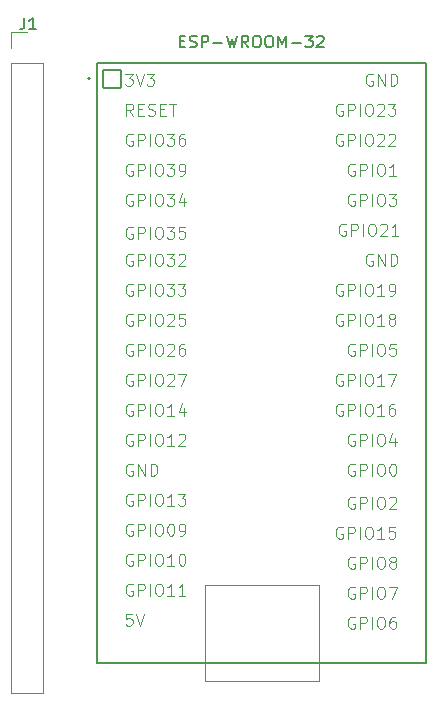
<source format=gto>
G04 #@! TF.GenerationSoftware,KiCad,Pcbnew,7.0.2*
G04 #@! TF.CreationDate,2024-02-12T11:42:01-05:00*
G04 #@! TF.ProjectId,CHESSmate CPU,43484553-536d-4617-9465-204350552e6b,rev?*
G04 #@! TF.SameCoordinates,Original*
G04 #@! TF.FileFunction,Legend,Top*
G04 #@! TF.FilePolarity,Positive*
%FSLAX46Y46*%
G04 Gerber Fmt 4.6, Leading zero omitted, Abs format (unit mm)*
G04 Created by KiCad (PCBNEW 7.0.2) date 2024-02-12 11:42:01*
%MOMM*%
%LPD*%
G01*
G04 APERTURE LIST*
G04 Aperture macros list*
%AMRoundRect*
0 Rectangle with rounded corners*
0 $1 Rounding radius*
0 $2 $3 $4 $5 $6 $7 $8 $9 X,Y pos of 4 corners*
0 Add a 4 corners polygon primitive as box body*
4,1,4,$2,$3,$4,$5,$6,$7,$8,$9,$2,$3,0*
0 Add four circle primitives for the rounded corners*
1,1,$1+$1,$2,$3*
1,1,$1+$1,$4,$5*
1,1,$1+$1,$6,$7*
1,1,$1+$1,$8,$9*
0 Add four rect primitives between the rounded corners*
20,1,$1+$1,$2,$3,$4,$5,0*
20,1,$1+$1,$4,$5,$6,$7,0*
20,1,$1+$1,$6,$7,$8,$9,0*
20,1,$1+$1,$8,$9,$2,$3,0*%
G04 Aperture macros list end*
%ADD10C,0.150000*%
%ADD11C,0.100000*%
%ADD12C,0.200000*%
%ADD13C,0.127000*%
%ADD14C,0.120000*%
%ADD15C,1.764000*%
%ADD16RoundRect,0.102000X-0.780000X-0.780000X0.780000X-0.780000X0.780000X0.780000X-0.780000X0.780000X0*%
%ADD17O,1.700000X1.700000*%
%ADD18R,1.700000X1.700000*%
G04 APERTURE END LIST*
D10*
X124693728Y-56823286D02*
X125027190Y-56823286D01*
X125170102Y-57347298D02*
X124693728Y-57347298D01*
X124693728Y-57347298D02*
X124693728Y-56346912D01*
X124693728Y-56346912D02*
X125170102Y-56346912D01*
X125551201Y-57299661D02*
X125694114Y-57347298D01*
X125694114Y-57347298D02*
X125932301Y-57347298D01*
X125932301Y-57347298D02*
X126027576Y-57299661D01*
X126027576Y-57299661D02*
X126075213Y-57252023D01*
X126075213Y-57252023D02*
X126122850Y-57156748D01*
X126122850Y-57156748D02*
X126122850Y-57061473D01*
X126122850Y-57061473D02*
X126075213Y-56966199D01*
X126075213Y-56966199D02*
X126027576Y-56918561D01*
X126027576Y-56918561D02*
X125932301Y-56870924D01*
X125932301Y-56870924D02*
X125741751Y-56823286D01*
X125741751Y-56823286D02*
X125646476Y-56775649D01*
X125646476Y-56775649D02*
X125598839Y-56728011D01*
X125598839Y-56728011D02*
X125551201Y-56632737D01*
X125551201Y-56632737D02*
X125551201Y-56537462D01*
X125551201Y-56537462D02*
X125598839Y-56442187D01*
X125598839Y-56442187D02*
X125646476Y-56394549D01*
X125646476Y-56394549D02*
X125741751Y-56346912D01*
X125741751Y-56346912D02*
X125979938Y-56346912D01*
X125979938Y-56346912D02*
X126122850Y-56394549D01*
X126551588Y-57347298D02*
X126551588Y-56346912D01*
X126551588Y-56346912D02*
X126932687Y-56346912D01*
X126932687Y-56346912D02*
X127027962Y-56394549D01*
X127027962Y-56394549D02*
X127075599Y-56442187D01*
X127075599Y-56442187D02*
X127123237Y-56537462D01*
X127123237Y-56537462D02*
X127123237Y-56680374D01*
X127123237Y-56680374D02*
X127075599Y-56775649D01*
X127075599Y-56775649D02*
X127027962Y-56823286D01*
X127027962Y-56823286D02*
X126932687Y-56870924D01*
X126932687Y-56870924D02*
X126551588Y-56870924D01*
X127551974Y-56966199D02*
X128314173Y-56966199D01*
X128695272Y-56346912D02*
X128933459Y-57347298D01*
X128933459Y-57347298D02*
X129124009Y-56632737D01*
X129124009Y-56632737D02*
X129314558Y-57347298D01*
X129314558Y-57347298D02*
X129552746Y-56346912D01*
X130505494Y-57347298D02*
X130172032Y-56870924D01*
X129933845Y-57347298D02*
X129933845Y-56346912D01*
X129933845Y-56346912D02*
X130314944Y-56346912D01*
X130314944Y-56346912D02*
X130410219Y-56394549D01*
X130410219Y-56394549D02*
X130457856Y-56442187D01*
X130457856Y-56442187D02*
X130505494Y-56537462D01*
X130505494Y-56537462D02*
X130505494Y-56680374D01*
X130505494Y-56680374D02*
X130457856Y-56775649D01*
X130457856Y-56775649D02*
X130410219Y-56823286D01*
X130410219Y-56823286D02*
X130314944Y-56870924D01*
X130314944Y-56870924D02*
X129933845Y-56870924D01*
X131124780Y-56346912D02*
X131315330Y-56346912D01*
X131315330Y-56346912D02*
X131410605Y-56394549D01*
X131410605Y-56394549D02*
X131505880Y-56489824D01*
X131505880Y-56489824D02*
X131553517Y-56680374D01*
X131553517Y-56680374D02*
X131553517Y-57013836D01*
X131553517Y-57013836D02*
X131505880Y-57204386D01*
X131505880Y-57204386D02*
X131410605Y-57299661D01*
X131410605Y-57299661D02*
X131315330Y-57347298D01*
X131315330Y-57347298D02*
X131124780Y-57347298D01*
X131124780Y-57347298D02*
X131029506Y-57299661D01*
X131029506Y-57299661D02*
X130934231Y-57204386D01*
X130934231Y-57204386D02*
X130886593Y-57013836D01*
X130886593Y-57013836D02*
X130886593Y-56680374D01*
X130886593Y-56680374D02*
X130934231Y-56489824D01*
X130934231Y-56489824D02*
X131029506Y-56394549D01*
X131029506Y-56394549D02*
X131124780Y-56346912D01*
X132172803Y-56346912D02*
X132363353Y-56346912D01*
X132363353Y-56346912D02*
X132458628Y-56394549D01*
X132458628Y-56394549D02*
X132553903Y-56489824D01*
X132553903Y-56489824D02*
X132601540Y-56680374D01*
X132601540Y-56680374D02*
X132601540Y-57013836D01*
X132601540Y-57013836D02*
X132553903Y-57204386D01*
X132553903Y-57204386D02*
X132458628Y-57299661D01*
X132458628Y-57299661D02*
X132363353Y-57347298D01*
X132363353Y-57347298D02*
X132172803Y-57347298D01*
X132172803Y-57347298D02*
X132077529Y-57299661D01*
X132077529Y-57299661D02*
X131982254Y-57204386D01*
X131982254Y-57204386D02*
X131934616Y-57013836D01*
X131934616Y-57013836D02*
X131934616Y-56680374D01*
X131934616Y-56680374D02*
X131982254Y-56489824D01*
X131982254Y-56489824D02*
X132077529Y-56394549D01*
X132077529Y-56394549D02*
X132172803Y-56346912D01*
X133030277Y-57347298D02*
X133030277Y-56346912D01*
X133030277Y-56346912D02*
X133363739Y-57061473D01*
X133363739Y-57061473D02*
X133697201Y-56346912D01*
X133697201Y-56346912D02*
X133697201Y-57347298D01*
X134173575Y-56966199D02*
X134935774Y-56966199D01*
X135316873Y-56346912D02*
X135936159Y-56346912D01*
X135936159Y-56346912D02*
X135602697Y-56728011D01*
X135602697Y-56728011D02*
X135745610Y-56728011D01*
X135745610Y-56728011D02*
X135840885Y-56775649D01*
X135840885Y-56775649D02*
X135888522Y-56823286D01*
X135888522Y-56823286D02*
X135936159Y-56918561D01*
X135936159Y-56918561D02*
X135936159Y-57156748D01*
X135936159Y-57156748D02*
X135888522Y-57252023D01*
X135888522Y-57252023D02*
X135840885Y-57299661D01*
X135840885Y-57299661D02*
X135745610Y-57347298D01*
X135745610Y-57347298D02*
X135459785Y-57347298D01*
X135459785Y-57347298D02*
X135364510Y-57299661D01*
X135364510Y-57299661D02*
X135316873Y-57252023D01*
X136317259Y-56442187D02*
X136364897Y-56394549D01*
X136364897Y-56394549D02*
X136460172Y-56346912D01*
X136460172Y-56346912D02*
X136698359Y-56346912D01*
X136698359Y-56346912D02*
X136793634Y-56394549D01*
X136793634Y-56394549D02*
X136841271Y-56442187D01*
X136841271Y-56442187D02*
X136888908Y-56537462D01*
X136888908Y-56537462D02*
X136888908Y-56632737D01*
X136888908Y-56632737D02*
X136841271Y-56775649D01*
X136841271Y-56775649D02*
X136269622Y-57347298D01*
X136269622Y-57347298D02*
X136888908Y-57347298D01*
D11*
X120705404Y-64709738D02*
X120610166Y-64662119D01*
X120610166Y-64662119D02*
X120467309Y-64662119D01*
X120467309Y-64662119D02*
X120324452Y-64709738D01*
X120324452Y-64709738D02*
X120229214Y-64804976D01*
X120229214Y-64804976D02*
X120181595Y-64900214D01*
X120181595Y-64900214D02*
X120133976Y-65090690D01*
X120133976Y-65090690D02*
X120133976Y-65233547D01*
X120133976Y-65233547D02*
X120181595Y-65424023D01*
X120181595Y-65424023D02*
X120229214Y-65519261D01*
X120229214Y-65519261D02*
X120324452Y-65614500D01*
X120324452Y-65614500D02*
X120467309Y-65662119D01*
X120467309Y-65662119D02*
X120562547Y-65662119D01*
X120562547Y-65662119D02*
X120705404Y-65614500D01*
X120705404Y-65614500D02*
X120753023Y-65566880D01*
X120753023Y-65566880D02*
X120753023Y-65233547D01*
X120753023Y-65233547D02*
X120562547Y-65233547D01*
X121181595Y-65662119D02*
X121181595Y-64662119D01*
X121181595Y-64662119D02*
X121562547Y-64662119D01*
X121562547Y-64662119D02*
X121657785Y-64709738D01*
X121657785Y-64709738D02*
X121705404Y-64757357D01*
X121705404Y-64757357D02*
X121753023Y-64852595D01*
X121753023Y-64852595D02*
X121753023Y-64995452D01*
X121753023Y-64995452D02*
X121705404Y-65090690D01*
X121705404Y-65090690D02*
X121657785Y-65138309D01*
X121657785Y-65138309D02*
X121562547Y-65185928D01*
X121562547Y-65185928D02*
X121181595Y-65185928D01*
X122181595Y-65662119D02*
X122181595Y-64662119D01*
X122848261Y-64662119D02*
X123038737Y-64662119D01*
X123038737Y-64662119D02*
X123133975Y-64709738D01*
X123133975Y-64709738D02*
X123229213Y-64804976D01*
X123229213Y-64804976D02*
X123276832Y-64995452D01*
X123276832Y-64995452D02*
X123276832Y-65328785D01*
X123276832Y-65328785D02*
X123229213Y-65519261D01*
X123229213Y-65519261D02*
X123133975Y-65614500D01*
X123133975Y-65614500D02*
X123038737Y-65662119D01*
X123038737Y-65662119D02*
X122848261Y-65662119D01*
X122848261Y-65662119D02*
X122753023Y-65614500D01*
X122753023Y-65614500D02*
X122657785Y-65519261D01*
X122657785Y-65519261D02*
X122610166Y-65328785D01*
X122610166Y-65328785D02*
X122610166Y-64995452D01*
X122610166Y-64995452D02*
X122657785Y-64804976D01*
X122657785Y-64804976D02*
X122753023Y-64709738D01*
X122753023Y-64709738D02*
X122848261Y-64662119D01*
X123610166Y-64662119D02*
X124229213Y-64662119D01*
X124229213Y-64662119D02*
X123895880Y-65043071D01*
X123895880Y-65043071D02*
X124038737Y-65043071D01*
X124038737Y-65043071D02*
X124133975Y-65090690D01*
X124133975Y-65090690D02*
X124181594Y-65138309D01*
X124181594Y-65138309D02*
X124229213Y-65233547D01*
X124229213Y-65233547D02*
X124229213Y-65471642D01*
X124229213Y-65471642D02*
X124181594Y-65566880D01*
X124181594Y-65566880D02*
X124133975Y-65614500D01*
X124133975Y-65614500D02*
X124038737Y-65662119D01*
X124038737Y-65662119D02*
X123753023Y-65662119D01*
X123753023Y-65662119D02*
X123657785Y-65614500D01*
X123657785Y-65614500D02*
X123610166Y-65566880D01*
X125086356Y-64662119D02*
X124895880Y-64662119D01*
X124895880Y-64662119D02*
X124800642Y-64709738D01*
X124800642Y-64709738D02*
X124753023Y-64757357D01*
X124753023Y-64757357D02*
X124657785Y-64900214D01*
X124657785Y-64900214D02*
X124610166Y-65090690D01*
X124610166Y-65090690D02*
X124610166Y-65471642D01*
X124610166Y-65471642D02*
X124657785Y-65566880D01*
X124657785Y-65566880D02*
X124705404Y-65614500D01*
X124705404Y-65614500D02*
X124800642Y-65662119D01*
X124800642Y-65662119D02*
X124991118Y-65662119D01*
X124991118Y-65662119D02*
X125086356Y-65614500D01*
X125086356Y-65614500D02*
X125133975Y-65566880D01*
X125133975Y-65566880D02*
X125181594Y-65471642D01*
X125181594Y-65471642D02*
X125181594Y-65233547D01*
X125181594Y-65233547D02*
X125133975Y-65138309D01*
X125133975Y-65138309D02*
X125086356Y-65090690D01*
X125086356Y-65090690D02*
X124991118Y-65043071D01*
X124991118Y-65043071D02*
X124800642Y-65043071D01*
X124800642Y-65043071D02*
X124705404Y-65090690D01*
X124705404Y-65090690D02*
X124657785Y-65138309D01*
X124657785Y-65138309D02*
X124610166Y-65233547D01*
X120753023Y-63122119D02*
X120419690Y-62645928D01*
X120181595Y-63122119D02*
X120181595Y-62122119D01*
X120181595Y-62122119D02*
X120562547Y-62122119D01*
X120562547Y-62122119D02*
X120657785Y-62169738D01*
X120657785Y-62169738D02*
X120705404Y-62217357D01*
X120705404Y-62217357D02*
X120753023Y-62312595D01*
X120753023Y-62312595D02*
X120753023Y-62455452D01*
X120753023Y-62455452D02*
X120705404Y-62550690D01*
X120705404Y-62550690D02*
X120657785Y-62598309D01*
X120657785Y-62598309D02*
X120562547Y-62645928D01*
X120562547Y-62645928D02*
X120181595Y-62645928D01*
X121181595Y-62598309D02*
X121514928Y-62598309D01*
X121657785Y-63122119D02*
X121181595Y-63122119D01*
X121181595Y-63122119D02*
X121181595Y-62122119D01*
X121181595Y-62122119D02*
X121657785Y-62122119D01*
X122038738Y-63074500D02*
X122181595Y-63122119D01*
X122181595Y-63122119D02*
X122419690Y-63122119D01*
X122419690Y-63122119D02*
X122514928Y-63074500D01*
X122514928Y-63074500D02*
X122562547Y-63026880D01*
X122562547Y-63026880D02*
X122610166Y-62931642D01*
X122610166Y-62931642D02*
X122610166Y-62836404D01*
X122610166Y-62836404D02*
X122562547Y-62741166D01*
X122562547Y-62741166D02*
X122514928Y-62693547D01*
X122514928Y-62693547D02*
X122419690Y-62645928D01*
X122419690Y-62645928D02*
X122229214Y-62598309D01*
X122229214Y-62598309D02*
X122133976Y-62550690D01*
X122133976Y-62550690D02*
X122086357Y-62503071D01*
X122086357Y-62503071D02*
X122038738Y-62407833D01*
X122038738Y-62407833D02*
X122038738Y-62312595D01*
X122038738Y-62312595D02*
X122086357Y-62217357D01*
X122086357Y-62217357D02*
X122133976Y-62169738D01*
X122133976Y-62169738D02*
X122229214Y-62122119D01*
X122229214Y-62122119D02*
X122467309Y-62122119D01*
X122467309Y-62122119D02*
X122610166Y-62169738D01*
X123038738Y-62598309D02*
X123372071Y-62598309D01*
X123514928Y-63122119D02*
X123038738Y-63122119D01*
X123038738Y-63122119D02*
X123038738Y-62122119D01*
X123038738Y-62122119D02*
X123514928Y-62122119D01*
X123800643Y-62122119D02*
X124372071Y-62122119D01*
X124086357Y-63122119D02*
X124086357Y-62122119D01*
X120086357Y-59582119D02*
X120705404Y-59582119D01*
X120705404Y-59582119D02*
X120372071Y-59963071D01*
X120372071Y-59963071D02*
X120514928Y-59963071D01*
X120514928Y-59963071D02*
X120610166Y-60010690D01*
X120610166Y-60010690D02*
X120657785Y-60058309D01*
X120657785Y-60058309D02*
X120705404Y-60153547D01*
X120705404Y-60153547D02*
X120705404Y-60391642D01*
X120705404Y-60391642D02*
X120657785Y-60486880D01*
X120657785Y-60486880D02*
X120610166Y-60534500D01*
X120610166Y-60534500D02*
X120514928Y-60582119D01*
X120514928Y-60582119D02*
X120229214Y-60582119D01*
X120229214Y-60582119D02*
X120133976Y-60534500D01*
X120133976Y-60534500D02*
X120086357Y-60486880D01*
X120991119Y-59582119D02*
X121324452Y-60582119D01*
X121324452Y-60582119D02*
X121657785Y-59582119D01*
X121895881Y-59582119D02*
X122514928Y-59582119D01*
X122514928Y-59582119D02*
X122181595Y-59963071D01*
X122181595Y-59963071D02*
X122324452Y-59963071D01*
X122324452Y-59963071D02*
X122419690Y-60010690D01*
X122419690Y-60010690D02*
X122467309Y-60058309D01*
X122467309Y-60058309D02*
X122514928Y-60153547D01*
X122514928Y-60153547D02*
X122514928Y-60391642D01*
X122514928Y-60391642D02*
X122467309Y-60486880D01*
X122467309Y-60486880D02*
X122419690Y-60534500D01*
X122419690Y-60534500D02*
X122324452Y-60582119D01*
X122324452Y-60582119D02*
X122038738Y-60582119D01*
X122038738Y-60582119D02*
X121943500Y-60534500D01*
X121943500Y-60534500D02*
X121895881Y-60486880D01*
X120705404Y-67249738D02*
X120610166Y-67202119D01*
X120610166Y-67202119D02*
X120467309Y-67202119D01*
X120467309Y-67202119D02*
X120324452Y-67249738D01*
X120324452Y-67249738D02*
X120229214Y-67344976D01*
X120229214Y-67344976D02*
X120181595Y-67440214D01*
X120181595Y-67440214D02*
X120133976Y-67630690D01*
X120133976Y-67630690D02*
X120133976Y-67773547D01*
X120133976Y-67773547D02*
X120181595Y-67964023D01*
X120181595Y-67964023D02*
X120229214Y-68059261D01*
X120229214Y-68059261D02*
X120324452Y-68154500D01*
X120324452Y-68154500D02*
X120467309Y-68202119D01*
X120467309Y-68202119D02*
X120562547Y-68202119D01*
X120562547Y-68202119D02*
X120705404Y-68154500D01*
X120705404Y-68154500D02*
X120753023Y-68106880D01*
X120753023Y-68106880D02*
X120753023Y-67773547D01*
X120753023Y-67773547D02*
X120562547Y-67773547D01*
X121181595Y-68202119D02*
X121181595Y-67202119D01*
X121181595Y-67202119D02*
X121562547Y-67202119D01*
X121562547Y-67202119D02*
X121657785Y-67249738D01*
X121657785Y-67249738D02*
X121705404Y-67297357D01*
X121705404Y-67297357D02*
X121753023Y-67392595D01*
X121753023Y-67392595D02*
X121753023Y-67535452D01*
X121753023Y-67535452D02*
X121705404Y-67630690D01*
X121705404Y-67630690D02*
X121657785Y-67678309D01*
X121657785Y-67678309D02*
X121562547Y-67725928D01*
X121562547Y-67725928D02*
X121181595Y-67725928D01*
X122181595Y-68202119D02*
X122181595Y-67202119D01*
X122848261Y-67202119D02*
X123038737Y-67202119D01*
X123038737Y-67202119D02*
X123133975Y-67249738D01*
X123133975Y-67249738D02*
X123229213Y-67344976D01*
X123229213Y-67344976D02*
X123276832Y-67535452D01*
X123276832Y-67535452D02*
X123276832Y-67868785D01*
X123276832Y-67868785D02*
X123229213Y-68059261D01*
X123229213Y-68059261D02*
X123133975Y-68154500D01*
X123133975Y-68154500D02*
X123038737Y-68202119D01*
X123038737Y-68202119D02*
X122848261Y-68202119D01*
X122848261Y-68202119D02*
X122753023Y-68154500D01*
X122753023Y-68154500D02*
X122657785Y-68059261D01*
X122657785Y-68059261D02*
X122610166Y-67868785D01*
X122610166Y-67868785D02*
X122610166Y-67535452D01*
X122610166Y-67535452D02*
X122657785Y-67344976D01*
X122657785Y-67344976D02*
X122753023Y-67249738D01*
X122753023Y-67249738D02*
X122848261Y-67202119D01*
X123610166Y-67202119D02*
X124229213Y-67202119D01*
X124229213Y-67202119D02*
X123895880Y-67583071D01*
X123895880Y-67583071D02*
X124038737Y-67583071D01*
X124038737Y-67583071D02*
X124133975Y-67630690D01*
X124133975Y-67630690D02*
X124181594Y-67678309D01*
X124181594Y-67678309D02*
X124229213Y-67773547D01*
X124229213Y-67773547D02*
X124229213Y-68011642D01*
X124229213Y-68011642D02*
X124181594Y-68106880D01*
X124181594Y-68106880D02*
X124133975Y-68154500D01*
X124133975Y-68154500D02*
X124038737Y-68202119D01*
X124038737Y-68202119D02*
X123753023Y-68202119D01*
X123753023Y-68202119D02*
X123657785Y-68154500D01*
X123657785Y-68154500D02*
X123610166Y-68106880D01*
X124705404Y-68202119D02*
X124895880Y-68202119D01*
X124895880Y-68202119D02*
X124991118Y-68154500D01*
X124991118Y-68154500D02*
X125038737Y-68106880D01*
X125038737Y-68106880D02*
X125133975Y-67964023D01*
X125133975Y-67964023D02*
X125181594Y-67773547D01*
X125181594Y-67773547D02*
X125181594Y-67392595D01*
X125181594Y-67392595D02*
X125133975Y-67297357D01*
X125133975Y-67297357D02*
X125086356Y-67249738D01*
X125086356Y-67249738D02*
X124991118Y-67202119D01*
X124991118Y-67202119D02*
X124800642Y-67202119D01*
X124800642Y-67202119D02*
X124705404Y-67249738D01*
X124705404Y-67249738D02*
X124657785Y-67297357D01*
X124657785Y-67297357D02*
X124610166Y-67392595D01*
X124610166Y-67392595D02*
X124610166Y-67630690D01*
X124610166Y-67630690D02*
X124657785Y-67725928D01*
X124657785Y-67725928D02*
X124705404Y-67773547D01*
X124705404Y-67773547D02*
X124800642Y-67821166D01*
X124800642Y-67821166D02*
X124991118Y-67821166D01*
X124991118Y-67821166D02*
X125086356Y-67773547D01*
X125086356Y-67773547D02*
X125133975Y-67725928D01*
X125133975Y-67725928D02*
X125181594Y-67630690D01*
X120705404Y-69789738D02*
X120610166Y-69742119D01*
X120610166Y-69742119D02*
X120467309Y-69742119D01*
X120467309Y-69742119D02*
X120324452Y-69789738D01*
X120324452Y-69789738D02*
X120229214Y-69884976D01*
X120229214Y-69884976D02*
X120181595Y-69980214D01*
X120181595Y-69980214D02*
X120133976Y-70170690D01*
X120133976Y-70170690D02*
X120133976Y-70313547D01*
X120133976Y-70313547D02*
X120181595Y-70504023D01*
X120181595Y-70504023D02*
X120229214Y-70599261D01*
X120229214Y-70599261D02*
X120324452Y-70694500D01*
X120324452Y-70694500D02*
X120467309Y-70742119D01*
X120467309Y-70742119D02*
X120562547Y-70742119D01*
X120562547Y-70742119D02*
X120705404Y-70694500D01*
X120705404Y-70694500D02*
X120753023Y-70646880D01*
X120753023Y-70646880D02*
X120753023Y-70313547D01*
X120753023Y-70313547D02*
X120562547Y-70313547D01*
X121181595Y-70742119D02*
X121181595Y-69742119D01*
X121181595Y-69742119D02*
X121562547Y-69742119D01*
X121562547Y-69742119D02*
X121657785Y-69789738D01*
X121657785Y-69789738D02*
X121705404Y-69837357D01*
X121705404Y-69837357D02*
X121753023Y-69932595D01*
X121753023Y-69932595D02*
X121753023Y-70075452D01*
X121753023Y-70075452D02*
X121705404Y-70170690D01*
X121705404Y-70170690D02*
X121657785Y-70218309D01*
X121657785Y-70218309D02*
X121562547Y-70265928D01*
X121562547Y-70265928D02*
X121181595Y-70265928D01*
X122181595Y-70742119D02*
X122181595Y-69742119D01*
X122848261Y-69742119D02*
X123038737Y-69742119D01*
X123038737Y-69742119D02*
X123133975Y-69789738D01*
X123133975Y-69789738D02*
X123229213Y-69884976D01*
X123229213Y-69884976D02*
X123276832Y-70075452D01*
X123276832Y-70075452D02*
X123276832Y-70408785D01*
X123276832Y-70408785D02*
X123229213Y-70599261D01*
X123229213Y-70599261D02*
X123133975Y-70694500D01*
X123133975Y-70694500D02*
X123038737Y-70742119D01*
X123038737Y-70742119D02*
X122848261Y-70742119D01*
X122848261Y-70742119D02*
X122753023Y-70694500D01*
X122753023Y-70694500D02*
X122657785Y-70599261D01*
X122657785Y-70599261D02*
X122610166Y-70408785D01*
X122610166Y-70408785D02*
X122610166Y-70075452D01*
X122610166Y-70075452D02*
X122657785Y-69884976D01*
X122657785Y-69884976D02*
X122753023Y-69789738D01*
X122753023Y-69789738D02*
X122848261Y-69742119D01*
X123610166Y-69742119D02*
X124229213Y-69742119D01*
X124229213Y-69742119D02*
X123895880Y-70123071D01*
X123895880Y-70123071D02*
X124038737Y-70123071D01*
X124038737Y-70123071D02*
X124133975Y-70170690D01*
X124133975Y-70170690D02*
X124181594Y-70218309D01*
X124181594Y-70218309D02*
X124229213Y-70313547D01*
X124229213Y-70313547D02*
X124229213Y-70551642D01*
X124229213Y-70551642D02*
X124181594Y-70646880D01*
X124181594Y-70646880D02*
X124133975Y-70694500D01*
X124133975Y-70694500D02*
X124038737Y-70742119D01*
X124038737Y-70742119D02*
X123753023Y-70742119D01*
X123753023Y-70742119D02*
X123657785Y-70694500D01*
X123657785Y-70694500D02*
X123610166Y-70646880D01*
X125086356Y-70075452D02*
X125086356Y-70742119D01*
X124848261Y-69694500D02*
X124610166Y-70408785D01*
X124610166Y-70408785D02*
X125229213Y-70408785D01*
X120705404Y-72583738D02*
X120610166Y-72536119D01*
X120610166Y-72536119D02*
X120467309Y-72536119D01*
X120467309Y-72536119D02*
X120324452Y-72583738D01*
X120324452Y-72583738D02*
X120229214Y-72678976D01*
X120229214Y-72678976D02*
X120181595Y-72774214D01*
X120181595Y-72774214D02*
X120133976Y-72964690D01*
X120133976Y-72964690D02*
X120133976Y-73107547D01*
X120133976Y-73107547D02*
X120181595Y-73298023D01*
X120181595Y-73298023D02*
X120229214Y-73393261D01*
X120229214Y-73393261D02*
X120324452Y-73488500D01*
X120324452Y-73488500D02*
X120467309Y-73536119D01*
X120467309Y-73536119D02*
X120562547Y-73536119D01*
X120562547Y-73536119D02*
X120705404Y-73488500D01*
X120705404Y-73488500D02*
X120753023Y-73440880D01*
X120753023Y-73440880D02*
X120753023Y-73107547D01*
X120753023Y-73107547D02*
X120562547Y-73107547D01*
X121181595Y-73536119D02*
X121181595Y-72536119D01*
X121181595Y-72536119D02*
X121562547Y-72536119D01*
X121562547Y-72536119D02*
X121657785Y-72583738D01*
X121657785Y-72583738D02*
X121705404Y-72631357D01*
X121705404Y-72631357D02*
X121753023Y-72726595D01*
X121753023Y-72726595D02*
X121753023Y-72869452D01*
X121753023Y-72869452D02*
X121705404Y-72964690D01*
X121705404Y-72964690D02*
X121657785Y-73012309D01*
X121657785Y-73012309D02*
X121562547Y-73059928D01*
X121562547Y-73059928D02*
X121181595Y-73059928D01*
X122181595Y-73536119D02*
X122181595Y-72536119D01*
X122848261Y-72536119D02*
X123038737Y-72536119D01*
X123038737Y-72536119D02*
X123133975Y-72583738D01*
X123133975Y-72583738D02*
X123229213Y-72678976D01*
X123229213Y-72678976D02*
X123276832Y-72869452D01*
X123276832Y-72869452D02*
X123276832Y-73202785D01*
X123276832Y-73202785D02*
X123229213Y-73393261D01*
X123229213Y-73393261D02*
X123133975Y-73488500D01*
X123133975Y-73488500D02*
X123038737Y-73536119D01*
X123038737Y-73536119D02*
X122848261Y-73536119D01*
X122848261Y-73536119D02*
X122753023Y-73488500D01*
X122753023Y-73488500D02*
X122657785Y-73393261D01*
X122657785Y-73393261D02*
X122610166Y-73202785D01*
X122610166Y-73202785D02*
X122610166Y-72869452D01*
X122610166Y-72869452D02*
X122657785Y-72678976D01*
X122657785Y-72678976D02*
X122753023Y-72583738D01*
X122753023Y-72583738D02*
X122848261Y-72536119D01*
X123610166Y-72536119D02*
X124229213Y-72536119D01*
X124229213Y-72536119D02*
X123895880Y-72917071D01*
X123895880Y-72917071D02*
X124038737Y-72917071D01*
X124038737Y-72917071D02*
X124133975Y-72964690D01*
X124133975Y-72964690D02*
X124181594Y-73012309D01*
X124181594Y-73012309D02*
X124229213Y-73107547D01*
X124229213Y-73107547D02*
X124229213Y-73345642D01*
X124229213Y-73345642D02*
X124181594Y-73440880D01*
X124181594Y-73440880D02*
X124133975Y-73488500D01*
X124133975Y-73488500D02*
X124038737Y-73536119D01*
X124038737Y-73536119D02*
X123753023Y-73536119D01*
X123753023Y-73536119D02*
X123657785Y-73488500D01*
X123657785Y-73488500D02*
X123610166Y-73440880D01*
X125133975Y-72536119D02*
X124657785Y-72536119D01*
X124657785Y-72536119D02*
X124610166Y-73012309D01*
X124610166Y-73012309D02*
X124657785Y-72964690D01*
X124657785Y-72964690D02*
X124753023Y-72917071D01*
X124753023Y-72917071D02*
X124991118Y-72917071D01*
X124991118Y-72917071D02*
X125086356Y-72964690D01*
X125086356Y-72964690D02*
X125133975Y-73012309D01*
X125133975Y-73012309D02*
X125181594Y-73107547D01*
X125181594Y-73107547D02*
X125181594Y-73345642D01*
X125181594Y-73345642D02*
X125133975Y-73440880D01*
X125133975Y-73440880D02*
X125086356Y-73488500D01*
X125086356Y-73488500D02*
X124991118Y-73536119D01*
X124991118Y-73536119D02*
X124753023Y-73536119D01*
X124753023Y-73536119D02*
X124657785Y-73488500D01*
X124657785Y-73488500D02*
X124610166Y-73440880D01*
X120705404Y-74869738D02*
X120610166Y-74822119D01*
X120610166Y-74822119D02*
X120467309Y-74822119D01*
X120467309Y-74822119D02*
X120324452Y-74869738D01*
X120324452Y-74869738D02*
X120229214Y-74964976D01*
X120229214Y-74964976D02*
X120181595Y-75060214D01*
X120181595Y-75060214D02*
X120133976Y-75250690D01*
X120133976Y-75250690D02*
X120133976Y-75393547D01*
X120133976Y-75393547D02*
X120181595Y-75584023D01*
X120181595Y-75584023D02*
X120229214Y-75679261D01*
X120229214Y-75679261D02*
X120324452Y-75774500D01*
X120324452Y-75774500D02*
X120467309Y-75822119D01*
X120467309Y-75822119D02*
X120562547Y-75822119D01*
X120562547Y-75822119D02*
X120705404Y-75774500D01*
X120705404Y-75774500D02*
X120753023Y-75726880D01*
X120753023Y-75726880D02*
X120753023Y-75393547D01*
X120753023Y-75393547D02*
X120562547Y-75393547D01*
X121181595Y-75822119D02*
X121181595Y-74822119D01*
X121181595Y-74822119D02*
X121562547Y-74822119D01*
X121562547Y-74822119D02*
X121657785Y-74869738D01*
X121657785Y-74869738D02*
X121705404Y-74917357D01*
X121705404Y-74917357D02*
X121753023Y-75012595D01*
X121753023Y-75012595D02*
X121753023Y-75155452D01*
X121753023Y-75155452D02*
X121705404Y-75250690D01*
X121705404Y-75250690D02*
X121657785Y-75298309D01*
X121657785Y-75298309D02*
X121562547Y-75345928D01*
X121562547Y-75345928D02*
X121181595Y-75345928D01*
X122181595Y-75822119D02*
X122181595Y-74822119D01*
X122848261Y-74822119D02*
X123038737Y-74822119D01*
X123038737Y-74822119D02*
X123133975Y-74869738D01*
X123133975Y-74869738D02*
X123229213Y-74964976D01*
X123229213Y-74964976D02*
X123276832Y-75155452D01*
X123276832Y-75155452D02*
X123276832Y-75488785D01*
X123276832Y-75488785D02*
X123229213Y-75679261D01*
X123229213Y-75679261D02*
X123133975Y-75774500D01*
X123133975Y-75774500D02*
X123038737Y-75822119D01*
X123038737Y-75822119D02*
X122848261Y-75822119D01*
X122848261Y-75822119D02*
X122753023Y-75774500D01*
X122753023Y-75774500D02*
X122657785Y-75679261D01*
X122657785Y-75679261D02*
X122610166Y-75488785D01*
X122610166Y-75488785D02*
X122610166Y-75155452D01*
X122610166Y-75155452D02*
X122657785Y-74964976D01*
X122657785Y-74964976D02*
X122753023Y-74869738D01*
X122753023Y-74869738D02*
X122848261Y-74822119D01*
X123610166Y-74822119D02*
X124229213Y-74822119D01*
X124229213Y-74822119D02*
X123895880Y-75203071D01*
X123895880Y-75203071D02*
X124038737Y-75203071D01*
X124038737Y-75203071D02*
X124133975Y-75250690D01*
X124133975Y-75250690D02*
X124181594Y-75298309D01*
X124181594Y-75298309D02*
X124229213Y-75393547D01*
X124229213Y-75393547D02*
X124229213Y-75631642D01*
X124229213Y-75631642D02*
X124181594Y-75726880D01*
X124181594Y-75726880D02*
X124133975Y-75774500D01*
X124133975Y-75774500D02*
X124038737Y-75822119D01*
X124038737Y-75822119D02*
X123753023Y-75822119D01*
X123753023Y-75822119D02*
X123657785Y-75774500D01*
X123657785Y-75774500D02*
X123610166Y-75726880D01*
X124610166Y-74917357D02*
X124657785Y-74869738D01*
X124657785Y-74869738D02*
X124753023Y-74822119D01*
X124753023Y-74822119D02*
X124991118Y-74822119D01*
X124991118Y-74822119D02*
X125086356Y-74869738D01*
X125086356Y-74869738D02*
X125133975Y-74917357D01*
X125133975Y-74917357D02*
X125181594Y-75012595D01*
X125181594Y-75012595D02*
X125181594Y-75107833D01*
X125181594Y-75107833D02*
X125133975Y-75250690D01*
X125133975Y-75250690D02*
X124562547Y-75822119D01*
X124562547Y-75822119D02*
X125181594Y-75822119D01*
X120705404Y-77409738D02*
X120610166Y-77362119D01*
X120610166Y-77362119D02*
X120467309Y-77362119D01*
X120467309Y-77362119D02*
X120324452Y-77409738D01*
X120324452Y-77409738D02*
X120229214Y-77504976D01*
X120229214Y-77504976D02*
X120181595Y-77600214D01*
X120181595Y-77600214D02*
X120133976Y-77790690D01*
X120133976Y-77790690D02*
X120133976Y-77933547D01*
X120133976Y-77933547D02*
X120181595Y-78124023D01*
X120181595Y-78124023D02*
X120229214Y-78219261D01*
X120229214Y-78219261D02*
X120324452Y-78314500D01*
X120324452Y-78314500D02*
X120467309Y-78362119D01*
X120467309Y-78362119D02*
X120562547Y-78362119D01*
X120562547Y-78362119D02*
X120705404Y-78314500D01*
X120705404Y-78314500D02*
X120753023Y-78266880D01*
X120753023Y-78266880D02*
X120753023Y-77933547D01*
X120753023Y-77933547D02*
X120562547Y-77933547D01*
X121181595Y-78362119D02*
X121181595Y-77362119D01*
X121181595Y-77362119D02*
X121562547Y-77362119D01*
X121562547Y-77362119D02*
X121657785Y-77409738D01*
X121657785Y-77409738D02*
X121705404Y-77457357D01*
X121705404Y-77457357D02*
X121753023Y-77552595D01*
X121753023Y-77552595D02*
X121753023Y-77695452D01*
X121753023Y-77695452D02*
X121705404Y-77790690D01*
X121705404Y-77790690D02*
X121657785Y-77838309D01*
X121657785Y-77838309D02*
X121562547Y-77885928D01*
X121562547Y-77885928D02*
X121181595Y-77885928D01*
X122181595Y-78362119D02*
X122181595Y-77362119D01*
X122848261Y-77362119D02*
X123038737Y-77362119D01*
X123038737Y-77362119D02*
X123133975Y-77409738D01*
X123133975Y-77409738D02*
X123229213Y-77504976D01*
X123229213Y-77504976D02*
X123276832Y-77695452D01*
X123276832Y-77695452D02*
X123276832Y-78028785D01*
X123276832Y-78028785D02*
X123229213Y-78219261D01*
X123229213Y-78219261D02*
X123133975Y-78314500D01*
X123133975Y-78314500D02*
X123038737Y-78362119D01*
X123038737Y-78362119D02*
X122848261Y-78362119D01*
X122848261Y-78362119D02*
X122753023Y-78314500D01*
X122753023Y-78314500D02*
X122657785Y-78219261D01*
X122657785Y-78219261D02*
X122610166Y-78028785D01*
X122610166Y-78028785D02*
X122610166Y-77695452D01*
X122610166Y-77695452D02*
X122657785Y-77504976D01*
X122657785Y-77504976D02*
X122753023Y-77409738D01*
X122753023Y-77409738D02*
X122848261Y-77362119D01*
X123610166Y-77362119D02*
X124229213Y-77362119D01*
X124229213Y-77362119D02*
X123895880Y-77743071D01*
X123895880Y-77743071D02*
X124038737Y-77743071D01*
X124038737Y-77743071D02*
X124133975Y-77790690D01*
X124133975Y-77790690D02*
X124181594Y-77838309D01*
X124181594Y-77838309D02*
X124229213Y-77933547D01*
X124229213Y-77933547D02*
X124229213Y-78171642D01*
X124229213Y-78171642D02*
X124181594Y-78266880D01*
X124181594Y-78266880D02*
X124133975Y-78314500D01*
X124133975Y-78314500D02*
X124038737Y-78362119D01*
X124038737Y-78362119D02*
X123753023Y-78362119D01*
X123753023Y-78362119D02*
X123657785Y-78314500D01*
X123657785Y-78314500D02*
X123610166Y-78266880D01*
X124562547Y-77362119D02*
X125181594Y-77362119D01*
X125181594Y-77362119D02*
X124848261Y-77743071D01*
X124848261Y-77743071D02*
X124991118Y-77743071D01*
X124991118Y-77743071D02*
X125086356Y-77790690D01*
X125086356Y-77790690D02*
X125133975Y-77838309D01*
X125133975Y-77838309D02*
X125181594Y-77933547D01*
X125181594Y-77933547D02*
X125181594Y-78171642D01*
X125181594Y-78171642D02*
X125133975Y-78266880D01*
X125133975Y-78266880D02*
X125086356Y-78314500D01*
X125086356Y-78314500D02*
X124991118Y-78362119D01*
X124991118Y-78362119D02*
X124705404Y-78362119D01*
X124705404Y-78362119D02*
X124610166Y-78314500D01*
X124610166Y-78314500D02*
X124562547Y-78266880D01*
X120705404Y-79949738D02*
X120610166Y-79902119D01*
X120610166Y-79902119D02*
X120467309Y-79902119D01*
X120467309Y-79902119D02*
X120324452Y-79949738D01*
X120324452Y-79949738D02*
X120229214Y-80044976D01*
X120229214Y-80044976D02*
X120181595Y-80140214D01*
X120181595Y-80140214D02*
X120133976Y-80330690D01*
X120133976Y-80330690D02*
X120133976Y-80473547D01*
X120133976Y-80473547D02*
X120181595Y-80664023D01*
X120181595Y-80664023D02*
X120229214Y-80759261D01*
X120229214Y-80759261D02*
X120324452Y-80854500D01*
X120324452Y-80854500D02*
X120467309Y-80902119D01*
X120467309Y-80902119D02*
X120562547Y-80902119D01*
X120562547Y-80902119D02*
X120705404Y-80854500D01*
X120705404Y-80854500D02*
X120753023Y-80806880D01*
X120753023Y-80806880D02*
X120753023Y-80473547D01*
X120753023Y-80473547D02*
X120562547Y-80473547D01*
X121181595Y-80902119D02*
X121181595Y-79902119D01*
X121181595Y-79902119D02*
X121562547Y-79902119D01*
X121562547Y-79902119D02*
X121657785Y-79949738D01*
X121657785Y-79949738D02*
X121705404Y-79997357D01*
X121705404Y-79997357D02*
X121753023Y-80092595D01*
X121753023Y-80092595D02*
X121753023Y-80235452D01*
X121753023Y-80235452D02*
X121705404Y-80330690D01*
X121705404Y-80330690D02*
X121657785Y-80378309D01*
X121657785Y-80378309D02*
X121562547Y-80425928D01*
X121562547Y-80425928D02*
X121181595Y-80425928D01*
X122181595Y-80902119D02*
X122181595Y-79902119D01*
X122848261Y-79902119D02*
X123038737Y-79902119D01*
X123038737Y-79902119D02*
X123133975Y-79949738D01*
X123133975Y-79949738D02*
X123229213Y-80044976D01*
X123229213Y-80044976D02*
X123276832Y-80235452D01*
X123276832Y-80235452D02*
X123276832Y-80568785D01*
X123276832Y-80568785D02*
X123229213Y-80759261D01*
X123229213Y-80759261D02*
X123133975Y-80854500D01*
X123133975Y-80854500D02*
X123038737Y-80902119D01*
X123038737Y-80902119D02*
X122848261Y-80902119D01*
X122848261Y-80902119D02*
X122753023Y-80854500D01*
X122753023Y-80854500D02*
X122657785Y-80759261D01*
X122657785Y-80759261D02*
X122610166Y-80568785D01*
X122610166Y-80568785D02*
X122610166Y-80235452D01*
X122610166Y-80235452D02*
X122657785Y-80044976D01*
X122657785Y-80044976D02*
X122753023Y-79949738D01*
X122753023Y-79949738D02*
X122848261Y-79902119D01*
X123657785Y-79997357D02*
X123705404Y-79949738D01*
X123705404Y-79949738D02*
X123800642Y-79902119D01*
X123800642Y-79902119D02*
X124038737Y-79902119D01*
X124038737Y-79902119D02*
X124133975Y-79949738D01*
X124133975Y-79949738D02*
X124181594Y-79997357D01*
X124181594Y-79997357D02*
X124229213Y-80092595D01*
X124229213Y-80092595D02*
X124229213Y-80187833D01*
X124229213Y-80187833D02*
X124181594Y-80330690D01*
X124181594Y-80330690D02*
X123610166Y-80902119D01*
X123610166Y-80902119D02*
X124229213Y-80902119D01*
X125133975Y-79902119D02*
X124657785Y-79902119D01*
X124657785Y-79902119D02*
X124610166Y-80378309D01*
X124610166Y-80378309D02*
X124657785Y-80330690D01*
X124657785Y-80330690D02*
X124753023Y-80283071D01*
X124753023Y-80283071D02*
X124991118Y-80283071D01*
X124991118Y-80283071D02*
X125086356Y-80330690D01*
X125086356Y-80330690D02*
X125133975Y-80378309D01*
X125133975Y-80378309D02*
X125181594Y-80473547D01*
X125181594Y-80473547D02*
X125181594Y-80711642D01*
X125181594Y-80711642D02*
X125133975Y-80806880D01*
X125133975Y-80806880D02*
X125086356Y-80854500D01*
X125086356Y-80854500D02*
X124991118Y-80902119D01*
X124991118Y-80902119D02*
X124753023Y-80902119D01*
X124753023Y-80902119D02*
X124657785Y-80854500D01*
X124657785Y-80854500D02*
X124610166Y-80806880D01*
X120705404Y-82489738D02*
X120610166Y-82442119D01*
X120610166Y-82442119D02*
X120467309Y-82442119D01*
X120467309Y-82442119D02*
X120324452Y-82489738D01*
X120324452Y-82489738D02*
X120229214Y-82584976D01*
X120229214Y-82584976D02*
X120181595Y-82680214D01*
X120181595Y-82680214D02*
X120133976Y-82870690D01*
X120133976Y-82870690D02*
X120133976Y-83013547D01*
X120133976Y-83013547D02*
X120181595Y-83204023D01*
X120181595Y-83204023D02*
X120229214Y-83299261D01*
X120229214Y-83299261D02*
X120324452Y-83394500D01*
X120324452Y-83394500D02*
X120467309Y-83442119D01*
X120467309Y-83442119D02*
X120562547Y-83442119D01*
X120562547Y-83442119D02*
X120705404Y-83394500D01*
X120705404Y-83394500D02*
X120753023Y-83346880D01*
X120753023Y-83346880D02*
X120753023Y-83013547D01*
X120753023Y-83013547D02*
X120562547Y-83013547D01*
X121181595Y-83442119D02*
X121181595Y-82442119D01*
X121181595Y-82442119D02*
X121562547Y-82442119D01*
X121562547Y-82442119D02*
X121657785Y-82489738D01*
X121657785Y-82489738D02*
X121705404Y-82537357D01*
X121705404Y-82537357D02*
X121753023Y-82632595D01*
X121753023Y-82632595D02*
X121753023Y-82775452D01*
X121753023Y-82775452D02*
X121705404Y-82870690D01*
X121705404Y-82870690D02*
X121657785Y-82918309D01*
X121657785Y-82918309D02*
X121562547Y-82965928D01*
X121562547Y-82965928D02*
X121181595Y-82965928D01*
X122181595Y-83442119D02*
X122181595Y-82442119D01*
X122848261Y-82442119D02*
X123038737Y-82442119D01*
X123038737Y-82442119D02*
X123133975Y-82489738D01*
X123133975Y-82489738D02*
X123229213Y-82584976D01*
X123229213Y-82584976D02*
X123276832Y-82775452D01*
X123276832Y-82775452D02*
X123276832Y-83108785D01*
X123276832Y-83108785D02*
X123229213Y-83299261D01*
X123229213Y-83299261D02*
X123133975Y-83394500D01*
X123133975Y-83394500D02*
X123038737Y-83442119D01*
X123038737Y-83442119D02*
X122848261Y-83442119D01*
X122848261Y-83442119D02*
X122753023Y-83394500D01*
X122753023Y-83394500D02*
X122657785Y-83299261D01*
X122657785Y-83299261D02*
X122610166Y-83108785D01*
X122610166Y-83108785D02*
X122610166Y-82775452D01*
X122610166Y-82775452D02*
X122657785Y-82584976D01*
X122657785Y-82584976D02*
X122753023Y-82489738D01*
X122753023Y-82489738D02*
X122848261Y-82442119D01*
X123657785Y-82537357D02*
X123705404Y-82489738D01*
X123705404Y-82489738D02*
X123800642Y-82442119D01*
X123800642Y-82442119D02*
X124038737Y-82442119D01*
X124038737Y-82442119D02*
X124133975Y-82489738D01*
X124133975Y-82489738D02*
X124181594Y-82537357D01*
X124181594Y-82537357D02*
X124229213Y-82632595D01*
X124229213Y-82632595D02*
X124229213Y-82727833D01*
X124229213Y-82727833D02*
X124181594Y-82870690D01*
X124181594Y-82870690D02*
X123610166Y-83442119D01*
X123610166Y-83442119D02*
X124229213Y-83442119D01*
X125086356Y-82442119D02*
X124895880Y-82442119D01*
X124895880Y-82442119D02*
X124800642Y-82489738D01*
X124800642Y-82489738D02*
X124753023Y-82537357D01*
X124753023Y-82537357D02*
X124657785Y-82680214D01*
X124657785Y-82680214D02*
X124610166Y-82870690D01*
X124610166Y-82870690D02*
X124610166Y-83251642D01*
X124610166Y-83251642D02*
X124657785Y-83346880D01*
X124657785Y-83346880D02*
X124705404Y-83394500D01*
X124705404Y-83394500D02*
X124800642Y-83442119D01*
X124800642Y-83442119D02*
X124991118Y-83442119D01*
X124991118Y-83442119D02*
X125086356Y-83394500D01*
X125086356Y-83394500D02*
X125133975Y-83346880D01*
X125133975Y-83346880D02*
X125181594Y-83251642D01*
X125181594Y-83251642D02*
X125181594Y-83013547D01*
X125181594Y-83013547D02*
X125133975Y-82918309D01*
X125133975Y-82918309D02*
X125086356Y-82870690D01*
X125086356Y-82870690D02*
X124991118Y-82823071D01*
X124991118Y-82823071D02*
X124800642Y-82823071D01*
X124800642Y-82823071D02*
X124705404Y-82870690D01*
X124705404Y-82870690D02*
X124657785Y-82918309D01*
X124657785Y-82918309D02*
X124610166Y-83013547D01*
X120705404Y-85029738D02*
X120610166Y-84982119D01*
X120610166Y-84982119D02*
X120467309Y-84982119D01*
X120467309Y-84982119D02*
X120324452Y-85029738D01*
X120324452Y-85029738D02*
X120229214Y-85124976D01*
X120229214Y-85124976D02*
X120181595Y-85220214D01*
X120181595Y-85220214D02*
X120133976Y-85410690D01*
X120133976Y-85410690D02*
X120133976Y-85553547D01*
X120133976Y-85553547D02*
X120181595Y-85744023D01*
X120181595Y-85744023D02*
X120229214Y-85839261D01*
X120229214Y-85839261D02*
X120324452Y-85934500D01*
X120324452Y-85934500D02*
X120467309Y-85982119D01*
X120467309Y-85982119D02*
X120562547Y-85982119D01*
X120562547Y-85982119D02*
X120705404Y-85934500D01*
X120705404Y-85934500D02*
X120753023Y-85886880D01*
X120753023Y-85886880D02*
X120753023Y-85553547D01*
X120753023Y-85553547D02*
X120562547Y-85553547D01*
X121181595Y-85982119D02*
X121181595Y-84982119D01*
X121181595Y-84982119D02*
X121562547Y-84982119D01*
X121562547Y-84982119D02*
X121657785Y-85029738D01*
X121657785Y-85029738D02*
X121705404Y-85077357D01*
X121705404Y-85077357D02*
X121753023Y-85172595D01*
X121753023Y-85172595D02*
X121753023Y-85315452D01*
X121753023Y-85315452D02*
X121705404Y-85410690D01*
X121705404Y-85410690D02*
X121657785Y-85458309D01*
X121657785Y-85458309D02*
X121562547Y-85505928D01*
X121562547Y-85505928D02*
X121181595Y-85505928D01*
X122181595Y-85982119D02*
X122181595Y-84982119D01*
X122848261Y-84982119D02*
X123038737Y-84982119D01*
X123038737Y-84982119D02*
X123133975Y-85029738D01*
X123133975Y-85029738D02*
X123229213Y-85124976D01*
X123229213Y-85124976D02*
X123276832Y-85315452D01*
X123276832Y-85315452D02*
X123276832Y-85648785D01*
X123276832Y-85648785D02*
X123229213Y-85839261D01*
X123229213Y-85839261D02*
X123133975Y-85934500D01*
X123133975Y-85934500D02*
X123038737Y-85982119D01*
X123038737Y-85982119D02*
X122848261Y-85982119D01*
X122848261Y-85982119D02*
X122753023Y-85934500D01*
X122753023Y-85934500D02*
X122657785Y-85839261D01*
X122657785Y-85839261D02*
X122610166Y-85648785D01*
X122610166Y-85648785D02*
X122610166Y-85315452D01*
X122610166Y-85315452D02*
X122657785Y-85124976D01*
X122657785Y-85124976D02*
X122753023Y-85029738D01*
X122753023Y-85029738D02*
X122848261Y-84982119D01*
X123657785Y-85077357D02*
X123705404Y-85029738D01*
X123705404Y-85029738D02*
X123800642Y-84982119D01*
X123800642Y-84982119D02*
X124038737Y-84982119D01*
X124038737Y-84982119D02*
X124133975Y-85029738D01*
X124133975Y-85029738D02*
X124181594Y-85077357D01*
X124181594Y-85077357D02*
X124229213Y-85172595D01*
X124229213Y-85172595D02*
X124229213Y-85267833D01*
X124229213Y-85267833D02*
X124181594Y-85410690D01*
X124181594Y-85410690D02*
X123610166Y-85982119D01*
X123610166Y-85982119D02*
X124229213Y-85982119D01*
X124562547Y-84982119D02*
X125229213Y-84982119D01*
X125229213Y-84982119D02*
X124800642Y-85982119D01*
X120705404Y-87569738D02*
X120610166Y-87522119D01*
X120610166Y-87522119D02*
X120467309Y-87522119D01*
X120467309Y-87522119D02*
X120324452Y-87569738D01*
X120324452Y-87569738D02*
X120229214Y-87664976D01*
X120229214Y-87664976D02*
X120181595Y-87760214D01*
X120181595Y-87760214D02*
X120133976Y-87950690D01*
X120133976Y-87950690D02*
X120133976Y-88093547D01*
X120133976Y-88093547D02*
X120181595Y-88284023D01*
X120181595Y-88284023D02*
X120229214Y-88379261D01*
X120229214Y-88379261D02*
X120324452Y-88474500D01*
X120324452Y-88474500D02*
X120467309Y-88522119D01*
X120467309Y-88522119D02*
X120562547Y-88522119D01*
X120562547Y-88522119D02*
X120705404Y-88474500D01*
X120705404Y-88474500D02*
X120753023Y-88426880D01*
X120753023Y-88426880D02*
X120753023Y-88093547D01*
X120753023Y-88093547D02*
X120562547Y-88093547D01*
X121181595Y-88522119D02*
X121181595Y-87522119D01*
X121181595Y-87522119D02*
X121562547Y-87522119D01*
X121562547Y-87522119D02*
X121657785Y-87569738D01*
X121657785Y-87569738D02*
X121705404Y-87617357D01*
X121705404Y-87617357D02*
X121753023Y-87712595D01*
X121753023Y-87712595D02*
X121753023Y-87855452D01*
X121753023Y-87855452D02*
X121705404Y-87950690D01*
X121705404Y-87950690D02*
X121657785Y-87998309D01*
X121657785Y-87998309D02*
X121562547Y-88045928D01*
X121562547Y-88045928D02*
X121181595Y-88045928D01*
X122181595Y-88522119D02*
X122181595Y-87522119D01*
X122848261Y-87522119D02*
X123038737Y-87522119D01*
X123038737Y-87522119D02*
X123133975Y-87569738D01*
X123133975Y-87569738D02*
X123229213Y-87664976D01*
X123229213Y-87664976D02*
X123276832Y-87855452D01*
X123276832Y-87855452D02*
X123276832Y-88188785D01*
X123276832Y-88188785D02*
X123229213Y-88379261D01*
X123229213Y-88379261D02*
X123133975Y-88474500D01*
X123133975Y-88474500D02*
X123038737Y-88522119D01*
X123038737Y-88522119D02*
X122848261Y-88522119D01*
X122848261Y-88522119D02*
X122753023Y-88474500D01*
X122753023Y-88474500D02*
X122657785Y-88379261D01*
X122657785Y-88379261D02*
X122610166Y-88188785D01*
X122610166Y-88188785D02*
X122610166Y-87855452D01*
X122610166Y-87855452D02*
X122657785Y-87664976D01*
X122657785Y-87664976D02*
X122753023Y-87569738D01*
X122753023Y-87569738D02*
X122848261Y-87522119D01*
X124229213Y-88522119D02*
X123657785Y-88522119D01*
X123943499Y-88522119D02*
X123943499Y-87522119D01*
X123943499Y-87522119D02*
X123848261Y-87664976D01*
X123848261Y-87664976D02*
X123753023Y-87760214D01*
X123753023Y-87760214D02*
X123657785Y-87807833D01*
X125086356Y-87855452D02*
X125086356Y-88522119D01*
X124848261Y-87474500D02*
X124610166Y-88188785D01*
X124610166Y-88188785D02*
X125229213Y-88188785D01*
X120705404Y-90109738D02*
X120610166Y-90062119D01*
X120610166Y-90062119D02*
X120467309Y-90062119D01*
X120467309Y-90062119D02*
X120324452Y-90109738D01*
X120324452Y-90109738D02*
X120229214Y-90204976D01*
X120229214Y-90204976D02*
X120181595Y-90300214D01*
X120181595Y-90300214D02*
X120133976Y-90490690D01*
X120133976Y-90490690D02*
X120133976Y-90633547D01*
X120133976Y-90633547D02*
X120181595Y-90824023D01*
X120181595Y-90824023D02*
X120229214Y-90919261D01*
X120229214Y-90919261D02*
X120324452Y-91014500D01*
X120324452Y-91014500D02*
X120467309Y-91062119D01*
X120467309Y-91062119D02*
X120562547Y-91062119D01*
X120562547Y-91062119D02*
X120705404Y-91014500D01*
X120705404Y-91014500D02*
X120753023Y-90966880D01*
X120753023Y-90966880D02*
X120753023Y-90633547D01*
X120753023Y-90633547D02*
X120562547Y-90633547D01*
X121181595Y-91062119D02*
X121181595Y-90062119D01*
X121181595Y-90062119D02*
X121562547Y-90062119D01*
X121562547Y-90062119D02*
X121657785Y-90109738D01*
X121657785Y-90109738D02*
X121705404Y-90157357D01*
X121705404Y-90157357D02*
X121753023Y-90252595D01*
X121753023Y-90252595D02*
X121753023Y-90395452D01*
X121753023Y-90395452D02*
X121705404Y-90490690D01*
X121705404Y-90490690D02*
X121657785Y-90538309D01*
X121657785Y-90538309D02*
X121562547Y-90585928D01*
X121562547Y-90585928D02*
X121181595Y-90585928D01*
X122181595Y-91062119D02*
X122181595Y-90062119D01*
X122848261Y-90062119D02*
X123038737Y-90062119D01*
X123038737Y-90062119D02*
X123133975Y-90109738D01*
X123133975Y-90109738D02*
X123229213Y-90204976D01*
X123229213Y-90204976D02*
X123276832Y-90395452D01*
X123276832Y-90395452D02*
X123276832Y-90728785D01*
X123276832Y-90728785D02*
X123229213Y-90919261D01*
X123229213Y-90919261D02*
X123133975Y-91014500D01*
X123133975Y-91014500D02*
X123038737Y-91062119D01*
X123038737Y-91062119D02*
X122848261Y-91062119D01*
X122848261Y-91062119D02*
X122753023Y-91014500D01*
X122753023Y-91014500D02*
X122657785Y-90919261D01*
X122657785Y-90919261D02*
X122610166Y-90728785D01*
X122610166Y-90728785D02*
X122610166Y-90395452D01*
X122610166Y-90395452D02*
X122657785Y-90204976D01*
X122657785Y-90204976D02*
X122753023Y-90109738D01*
X122753023Y-90109738D02*
X122848261Y-90062119D01*
X124229213Y-91062119D02*
X123657785Y-91062119D01*
X123943499Y-91062119D02*
X123943499Y-90062119D01*
X123943499Y-90062119D02*
X123848261Y-90204976D01*
X123848261Y-90204976D02*
X123753023Y-90300214D01*
X123753023Y-90300214D02*
X123657785Y-90347833D01*
X124610166Y-90157357D02*
X124657785Y-90109738D01*
X124657785Y-90109738D02*
X124753023Y-90062119D01*
X124753023Y-90062119D02*
X124991118Y-90062119D01*
X124991118Y-90062119D02*
X125086356Y-90109738D01*
X125086356Y-90109738D02*
X125133975Y-90157357D01*
X125133975Y-90157357D02*
X125181594Y-90252595D01*
X125181594Y-90252595D02*
X125181594Y-90347833D01*
X125181594Y-90347833D02*
X125133975Y-90490690D01*
X125133975Y-90490690D02*
X124562547Y-91062119D01*
X124562547Y-91062119D02*
X125181594Y-91062119D01*
X120705404Y-92649738D02*
X120610166Y-92602119D01*
X120610166Y-92602119D02*
X120467309Y-92602119D01*
X120467309Y-92602119D02*
X120324452Y-92649738D01*
X120324452Y-92649738D02*
X120229214Y-92744976D01*
X120229214Y-92744976D02*
X120181595Y-92840214D01*
X120181595Y-92840214D02*
X120133976Y-93030690D01*
X120133976Y-93030690D02*
X120133976Y-93173547D01*
X120133976Y-93173547D02*
X120181595Y-93364023D01*
X120181595Y-93364023D02*
X120229214Y-93459261D01*
X120229214Y-93459261D02*
X120324452Y-93554500D01*
X120324452Y-93554500D02*
X120467309Y-93602119D01*
X120467309Y-93602119D02*
X120562547Y-93602119D01*
X120562547Y-93602119D02*
X120705404Y-93554500D01*
X120705404Y-93554500D02*
X120753023Y-93506880D01*
X120753023Y-93506880D02*
X120753023Y-93173547D01*
X120753023Y-93173547D02*
X120562547Y-93173547D01*
X121181595Y-93602119D02*
X121181595Y-92602119D01*
X121181595Y-92602119D02*
X121753023Y-93602119D01*
X121753023Y-93602119D02*
X121753023Y-92602119D01*
X122229214Y-93602119D02*
X122229214Y-92602119D01*
X122229214Y-92602119D02*
X122467309Y-92602119D01*
X122467309Y-92602119D02*
X122610166Y-92649738D01*
X122610166Y-92649738D02*
X122705404Y-92744976D01*
X122705404Y-92744976D02*
X122753023Y-92840214D01*
X122753023Y-92840214D02*
X122800642Y-93030690D01*
X122800642Y-93030690D02*
X122800642Y-93173547D01*
X122800642Y-93173547D02*
X122753023Y-93364023D01*
X122753023Y-93364023D02*
X122705404Y-93459261D01*
X122705404Y-93459261D02*
X122610166Y-93554500D01*
X122610166Y-93554500D02*
X122467309Y-93602119D01*
X122467309Y-93602119D02*
X122229214Y-93602119D01*
X120705404Y-95189738D02*
X120610166Y-95142119D01*
X120610166Y-95142119D02*
X120467309Y-95142119D01*
X120467309Y-95142119D02*
X120324452Y-95189738D01*
X120324452Y-95189738D02*
X120229214Y-95284976D01*
X120229214Y-95284976D02*
X120181595Y-95380214D01*
X120181595Y-95380214D02*
X120133976Y-95570690D01*
X120133976Y-95570690D02*
X120133976Y-95713547D01*
X120133976Y-95713547D02*
X120181595Y-95904023D01*
X120181595Y-95904023D02*
X120229214Y-95999261D01*
X120229214Y-95999261D02*
X120324452Y-96094500D01*
X120324452Y-96094500D02*
X120467309Y-96142119D01*
X120467309Y-96142119D02*
X120562547Y-96142119D01*
X120562547Y-96142119D02*
X120705404Y-96094500D01*
X120705404Y-96094500D02*
X120753023Y-96046880D01*
X120753023Y-96046880D02*
X120753023Y-95713547D01*
X120753023Y-95713547D02*
X120562547Y-95713547D01*
X121181595Y-96142119D02*
X121181595Y-95142119D01*
X121181595Y-95142119D02*
X121562547Y-95142119D01*
X121562547Y-95142119D02*
X121657785Y-95189738D01*
X121657785Y-95189738D02*
X121705404Y-95237357D01*
X121705404Y-95237357D02*
X121753023Y-95332595D01*
X121753023Y-95332595D02*
X121753023Y-95475452D01*
X121753023Y-95475452D02*
X121705404Y-95570690D01*
X121705404Y-95570690D02*
X121657785Y-95618309D01*
X121657785Y-95618309D02*
X121562547Y-95665928D01*
X121562547Y-95665928D02*
X121181595Y-95665928D01*
X122181595Y-96142119D02*
X122181595Y-95142119D01*
X122848261Y-95142119D02*
X123038737Y-95142119D01*
X123038737Y-95142119D02*
X123133975Y-95189738D01*
X123133975Y-95189738D02*
X123229213Y-95284976D01*
X123229213Y-95284976D02*
X123276832Y-95475452D01*
X123276832Y-95475452D02*
X123276832Y-95808785D01*
X123276832Y-95808785D02*
X123229213Y-95999261D01*
X123229213Y-95999261D02*
X123133975Y-96094500D01*
X123133975Y-96094500D02*
X123038737Y-96142119D01*
X123038737Y-96142119D02*
X122848261Y-96142119D01*
X122848261Y-96142119D02*
X122753023Y-96094500D01*
X122753023Y-96094500D02*
X122657785Y-95999261D01*
X122657785Y-95999261D02*
X122610166Y-95808785D01*
X122610166Y-95808785D02*
X122610166Y-95475452D01*
X122610166Y-95475452D02*
X122657785Y-95284976D01*
X122657785Y-95284976D02*
X122753023Y-95189738D01*
X122753023Y-95189738D02*
X122848261Y-95142119D01*
X124229213Y-96142119D02*
X123657785Y-96142119D01*
X123943499Y-96142119D02*
X123943499Y-95142119D01*
X123943499Y-95142119D02*
X123848261Y-95284976D01*
X123848261Y-95284976D02*
X123753023Y-95380214D01*
X123753023Y-95380214D02*
X123657785Y-95427833D01*
X124562547Y-95142119D02*
X125181594Y-95142119D01*
X125181594Y-95142119D02*
X124848261Y-95523071D01*
X124848261Y-95523071D02*
X124991118Y-95523071D01*
X124991118Y-95523071D02*
X125086356Y-95570690D01*
X125086356Y-95570690D02*
X125133975Y-95618309D01*
X125133975Y-95618309D02*
X125181594Y-95713547D01*
X125181594Y-95713547D02*
X125181594Y-95951642D01*
X125181594Y-95951642D02*
X125133975Y-96046880D01*
X125133975Y-96046880D02*
X125086356Y-96094500D01*
X125086356Y-96094500D02*
X124991118Y-96142119D01*
X124991118Y-96142119D02*
X124705404Y-96142119D01*
X124705404Y-96142119D02*
X124610166Y-96094500D01*
X124610166Y-96094500D02*
X124562547Y-96046880D01*
X120705404Y-97729738D02*
X120610166Y-97682119D01*
X120610166Y-97682119D02*
X120467309Y-97682119D01*
X120467309Y-97682119D02*
X120324452Y-97729738D01*
X120324452Y-97729738D02*
X120229214Y-97824976D01*
X120229214Y-97824976D02*
X120181595Y-97920214D01*
X120181595Y-97920214D02*
X120133976Y-98110690D01*
X120133976Y-98110690D02*
X120133976Y-98253547D01*
X120133976Y-98253547D02*
X120181595Y-98444023D01*
X120181595Y-98444023D02*
X120229214Y-98539261D01*
X120229214Y-98539261D02*
X120324452Y-98634500D01*
X120324452Y-98634500D02*
X120467309Y-98682119D01*
X120467309Y-98682119D02*
X120562547Y-98682119D01*
X120562547Y-98682119D02*
X120705404Y-98634500D01*
X120705404Y-98634500D02*
X120753023Y-98586880D01*
X120753023Y-98586880D02*
X120753023Y-98253547D01*
X120753023Y-98253547D02*
X120562547Y-98253547D01*
X121181595Y-98682119D02*
X121181595Y-97682119D01*
X121181595Y-97682119D02*
X121562547Y-97682119D01*
X121562547Y-97682119D02*
X121657785Y-97729738D01*
X121657785Y-97729738D02*
X121705404Y-97777357D01*
X121705404Y-97777357D02*
X121753023Y-97872595D01*
X121753023Y-97872595D02*
X121753023Y-98015452D01*
X121753023Y-98015452D02*
X121705404Y-98110690D01*
X121705404Y-98110690D02*
X121657785Y-98158309D01*
X121657785Y-98158309D02*
X121562547Y-98205928D01*
X121562547Y-98205928D02*
X121181595Y-98205928D01*
X122181595Y-98682119D02*
X122181595Y-97682119D01*
X122848261Y-97682119D02*
X123038737Y-97682119D01*
X123038737Y-97682119D02*
X123133975Y-97729738D01*
X123133975Y-97729738D02*
X123229213Y-97824976D01*
X123229213Y-97824976D02*
X123276832Y-98015452D01*
X123276832Y-98015452D02*
X123276832Y-98348785D01*
X123276832Y-98348785D02*
X123229213Y-98539261D01*
X123229213Y-98539261D02*
X123133975Y-98634500D01*
X123133975Y-98634500D02*
X123038737Y-98682119D01*
X123038737Y-98682119D02*
X122848261Y-98682119D01*
X122848261Y-98682119D02*
X122753023Y-98634500D01*
X122753023Y-98634500D02*
X122657785Y-98539261D01*
X122657785Y-98539261D02*
X122610166Y-98348785D01*
X122610166Y-98348785D02*
X122610166Y-98015452D01*
X122610166Y-98015452D02*
X122657785Y-97824976D01*
X122657785Y-97824976D02*
X122753023Y-97729738D01*
X122753023Y-97729738D02*
X122848261Y-97682119D01*
X123895880Y-97682119D02*
X123991118Y-97682119D01*
X123991118Y-97682119D02*
X124086356Y-97729738D01*
X124086356Y-97729738D02*
X124133975Y-97777357D01*
X124133975Y-97777357D02*
X124181594Y-97872595D01*
X124181594Y-97872595D02*
X124229213Y-98063071D01*
X124229213Y-98063071D02*
X124229213Y-98301166D01*
X124229213Y-98301166D02*
X124181594Y-98491642D01*
X124181594Y-98491642D02*
X124133975Y-98586880D01*
X124133975Y-98586880D02*
X124086356Y-98634500D01*
X124086356Y-98634500D02*
X123991118Y-98682119D01*
X123991118Y-98682119D02*
X123895880Y-98682119D01*
X123895880Y-98682119D02*
X123800642Y-98634500D01*
X123800642Y-98634500D02*
X123753023Y-98586880D01*
X123753023Y-98586880D02*
X123705404Y-98491642D01*
X123705404Y-98491642D02*
X123657785Y-98301166D01*
X123657785Y-98301166D02*
X123657785Y-98063071D01*
X123657785Y-98063071D02*
X123705404Y-97872595D01*
X123705404Y-97872595D02*
X123753023Y-97777357D01*
X123753023Y-97777357D02*
X123800642Y-97729738D01*
X123800642Y-97729738D02*
X123895880Y-97682119D01*
X124705404Y-98682119D02*
X124895880Y-98682119D01*
X124895880Y-98682119D02*
X124991118Y-98634500D01*
X124991118Y-98634500D02*
X125038737Y-98586880D01*
X125038737Y-98586880D02*
X125133975Y-98444023D01*
X125133975Y-98444023D02*
X125181594Y-98253547D01*
X125181594Y-98253547D02*
X125181594Y-97872595D01*
X125181594Y-97872595D02*
X125133975Y-97777357D01*
X125133975Y-97777357D02*
X125086356Y-97729738D01*
X125086356Y-97729738D02*
X124991118Y-97682119D01*
X124991118Y-97682119D02*
X124800642Y-97682119D01*
X124800642Y-97682119D02*
X124705404Y-97729738D01*
X124705404Y-97729738D02*
X124657785Y-97777357D01*
X124657785Y-97777357D02*
X124610166Y-97872595D01*
X124610166Y-97872595D02*
X124610166Y-98110690D01*
X124610166Y-98110690D02*
X124657785Y-98205928D01*
X124657785Y-98205928D02*
X124705404Y-98253547D01*
X124705404Y-98253547D02*
X124800642Y-98301166D01*
X124800642Y-98301166D02*
X124991118Y-98301166D01*
X124991118Y-98301166D02*
X125086356Y-98253547D01*
X125086356Y-98253547D02*
X125133975Y-98205928D01*
X125133975Y-98205928D02*
X125181594Y-98110690D01*
X120705404Y-100269738D02*
X120610166Y-100222119D01*
X120610166Y-100222119D02*
X120467309Y-100222119D01*
X120467309Y-100222119D02*
X120324452Y-100269738D01*
X120324452Y-100269738D02*
X120229214Y-100364976D01*
X120229214Y-100364976D02*
X120181595Y-100460214D01*
X120181595Y-100460214D02*
X120133976Y-100650690D01*
X120133976Y-100650690D02*
X120133976Y-100793547D01*
X120133976Y-100793547D02*
X120181595Y-100984023D01*
X120181595Y-100984023D02*
X120229214Y-101079261D01*
X120229214Y-101079261D02*
X120324452Y-101174500D01*
X120324452Y-101174500D02*
X120467309Y-101222119D01*
X120467309Y-101222119D02*
X120562547Y-101222119D01*
X120562547Y-101222119D02*
X120705404Y-101174500D01*
X120705404Y-101174500D02*
X120753023Y-101126880D01*
X120753023Y-101126880D02*
X120753023Y-100793547D01*
X120753023Y-100793547D02*
X120562547Y-100793547D01*
X121181595Y-101222119D02*
X121181595Y-100222119D01*
X121181595Y-100222119D02*
X121562547Y-100222119D01*
X121562547Y-100222119D02*
X121657785Y-100269738D01*
X121657785Y-100269738D02*
X121705404Y-100317357D01*
X121705404Y-100317357D02*
X121753023Y-100412595D01*
X121753023Y-100412595D02*
X121753023Y-100555452D01*
X121753023Y-100555452D02*
X121705404Y-100650690D01*
X121705404Y-100650690D02*
X121657785Y-100698309D01*
X121657785Y-100698309D02*
X121562547Y-100745928D01*
X121562547Y-100745928D02*
X121181595Y-100745928D01*
X122181595Y-101222119D02*
X122181595Y-100222119D01*
X122848261Y-100222119D02*
X123038737Y-100222119D01*
X123038737Y-100222119D02*
X123133975Y-100269738D01*
X123133975Y-100269738D02*
X123229213Y-100364976D01*
X123229213Y-100364976D02*
X123276832Y-100555452D01*
X123276832Y-100555452D02*
X123276832Y-100888785D01*
X123276832Y-100888785D02*
X123229213Y-101079261D01*
X123229213Y-101079261D02*
X123133975Y-101174500D01*
X123133975Y-101174500D02*
X123038737Y-101222119D01*
X123038737Y-101222119D02*
X122848261Y-101222119D01*
X122848261Y-101222119D02*
X122753023Y-101174500D01*
X122753023Y-101174500D02*
X122657785Y-101079261D01*
X122657785Y-101079261D02*
X122610166Y-100888785D01*
X122610166Y-100888785D02*
X122610166Y-100555452D01*
X122610166Y-100555452D02*
X122657785Y-100364976D01*
X122657785Y-100364976D02*
X122753023Y-100269738D01*
X122753023Y-100269738D02*
X122848261Y-100222119D01*
X124229213Y-101222119D02*
X123657785Y-101222119D01*
X123943499Y-101222119D02*
X123943499Y-100222119D01*
X123943499Y-100222119D02*
X123848261Y-100364976D01*
X123848261Y-100364976D02*
X123753023Y-100460214D01*
X123753023Y-100460214D02*
X123657785Y-100507833D01*
X124848261Y-100222119D02*
X124943499Y-100222119D01*
X124943499Y-100222119D02*
X125038737Y-100269738D01*
X125038737Y-100269738D02*
X125086356Y-100317357D01*
X125086356Y-100317357D02*
X125133975Y-100412595D01*
X125133975Y-100412595D02*
X125181594Y-100603071D01*
X125181594Y-100603071D02*
X125181594Y-100841166D01*
X125181594Y-100841166D02*
X125133975Y-101031642D01*
X125133975Y-101031642D02*
X125086356Y-101126880D01*
X125086356Y-101126880D02*
X125038737Y-101174500D01*
X125038737Y-101174500D02*
X124943499Y-101222119D01*
X124943499Y-101222119D02*
X124848261Y-101222119D01*
X124848261Y-101222119D02*
X124753023Y-101174500D01*
X124753023Y-101174500D02*
X124705404Y-101126880D01*
X124705404Y-101126880D02*
X124657785Y-101031642D01*
X124657785Y-101031642D02*
X124610166Y-100841166D01*
X124610166Y-100841166D02*
X124610166Y-100603071D01*
X124610166Y-100603071D02*
X124657785Y-100412595D01*
X124657785Y-100412595D02*
X124705404Y-100317357D01*
X124705404Y-100317357D02*
X124753023Y-100269738D01*
X124753023Y-100269738D02*
X124848261Y-100222119D01*
X120705404Y-102809738D02*
X120610166Y-102762119D01*
X120610166Y-102762119D02*
X120467309Y-102762119D01*
X120467309Y-102762119D02*
X120324452Y-102809738D01*
X120324452Y-102809738D02*
X120229214Y-102904976D01*
X120229214Y-102904976D02*
X120181595Y-103000214D01*
X120181595Y-103000214D02*
X120133976Y-103190690D01*
X120133976Y-103190690D02*
X120133976Y-103333547D01*
X120133976Y-103333547D02*
X120181595Y-103524023D01*
X120181595Y-103524023D02*
X120229214Y-103619261D01*
X120229214Y-103619261D02*
X120324452Y-103714500D01*
X120324452Y-103714500D02*
X120467309Y-103762119D01*
X120467309Y-103762119D02*
X120562547Y-103762119D01*
X120562547Y-103762119D02*
X120705404Y-103714500D01*
X120705404Y-103714500D02*
X120753023Y-103666880D01*
X120753023Y-103666880D02*
X120753023Y-103333547D01*
X120753023Y-103333547D02*
X120562547Y-103333547D01*
X121181595Y-103762119D02*
X121181595Y-102762119D01*
X121181595Y-102762119D02*
X121562547Y-102762119D01*
X121562547Y-102762119D02*
X121657785Y-102809738D01*
X121657785Y-102809738D02*
X121705404Y-102857357D01*
X121705404Y-102857357D02*
X121753023Y-102952595D01*
X121753023Y-102952595D02*
X121753023Y-103095452D01*
X121753023Y-103095452D02*
X121705404Y-103190690D01*
X121705404Y-103190690D02*
X121657785Y-103238309D01*
X121657785Y-103238309D02*
X121562547Y-103285928D01*
X121562547Y-103285928D02*
X121181595Y-103285928D01*
X122181595Y-103762119D02*
X122181595Y-102762119D01*
X122848261Y-102762119D02*
X123038737Y-102762119D01*
X123038737Y-102762119D02*
X123133975Y-102809738D01*
X123133975Y-102809738D02*
X123229213Y-102904976D01*
X123229213Y-102904976D02*
X123276832Y-103095452D01*
X123276832Y-103095452D02*
X123276832Y-103428785D01*
X123276832Y-103428785D02*
X123229213Y-103619261D01*
X123229213Y-103619261D02*
X123133975Y-103714500D01*
X123133975Y-103714500D02*
X123038737Y-103762119D01*
X123038737Y-103762119D02*
X122848261Y-103762119D01*
X122848261Y-103762119D02*
X122753023Y-103714500D01*
X122753023Y-103714500D02*
X122657785Y-103619261D01*
X122657785Y-103619261D02*
X122610166Y-103428785D01*
X122610166Y-103428785D02*
X122610166Y-103095452D01*
X122610166Y-103095452D02*
X122657785Y-102904976D01*
X122657785Y-102904976D02*
X122753023Y-102809738D01*
X122753023Y-102809738D02*
X122848261Y-102762119D01*
X124229213Y-103762119D02*
X123657785Y-103762119D01*
X123943499Y-103762119D02*
X123943499Y-102762119D01*
X123943499Y-102762119D02*
X123848261Y-102904976D01*
X123848261Y-102904976D02*
X123753023Y-103000214D01*
X123753023Y-103000214D02*
X123657785Y-103047833D01*
X125181594Y-103762119D02*
X124610166Y-103762119D01*
X124895880Y-103762119D02*
X124895880Y-102762119D01*
X124895880Y-102762119D02*
X124800642Y-102904976D01*
X124800642Y-102904976D02*
X124705404Y-103000214D01*
X124705404Y-103000214D02*
X124610166Y-103047833D01*
X120657785Y-105302119D02*
X120181595Y-105302119D01*
X120181595Y-105302119D02*
X120133976Y-105778309D01*
X120133976Y-105778309D02*
X120181595Y-105730690D01*
X120181595Y-105730690D02*
X120276833Y-105683071D01*
X120276833Y-105683071D02*
X120514928Y-105683071D01*
X120514928Y-105683071D02*
X120610166Y-105730690D01*
X120610166Y-105730690D02*
X120657785Y-105778309D01*
X120657785Y-105778309D02*
X120705404Y-105873547D01*
X120705404Y-105873547D02*
X120705404Y-106111642D01*
X120705404Y-106111642D02*
X120657785Y-106206880D01*
X120657785Y-106206880D02*
X120610166Y-106254500D01*
X120610166Y-106254500D02*
X120514928Y-106302119D01*
X120514928Y-106302119D02*
X120276833Y-106302119D01*
X120276833Y-106302119D02*
X120181595Y-106254500D01*
X120181595Y-106254500D02*
X120133976Y-106206880D01*
X120991119Y-105302119D02*
X121324452Y-106302119D01*
X121324452Y-106302119D02*
X121657785Y-105302119D01*
X139501404Y-105603738D02*
X139406166Y-105556119D01*
X139406166Y-105556119D02*
X139263309Y-105556119D01*
X139263309Y-105556119D02*
X139120452Y-105603738D01*
X139120452Y-105603738D02*
X139025214Y-105698976D01*
X139025214Y-105698976D02*
X138977595Y-105794214D01*
X138977595Y-105794214D02*
X138929976Y-105984690D01*
X138929976Y-105984690D02*
X138929976Y-106127547D01*
X138929976Y-106127547D02*
X138977595Y-106318023D01*
X138977595Y-106318023D02*
X139025214Y-106413261D01*
X139025214Y-106413261D02*
X139120452Y-106508500D01*
X139120452Y-106508500D02*
X139263309Y-106556119D01*
X139263309Y-106556119D02*
X139358547Y-106556119D01*
X139358547Y-106556119D02*
X139501404Y-106508500D01*
X139501404Y-106508500D02*
X139549023Y-106460880D01*
X139549023Y-106460880D02*
X139549023Y-106127547D01*
X139549023Y-106127547D02*
X139358547Y-106127547D01*
X139977595Y-106556119D02*
X139977595Y-105556119D01*
X139977595Y-105556119D02*
X140358547Y-105556119D01*
X140358547Y-105556119D02*
X140453785Y-105603738D01*
X140453785Y-105603738D02*
X140501404Y-105651357D01*
X140501404Y-105651357D02*
X140549023Y-105746595D01*
X140549023Y-105746595D02*
X140549023Y-105889452D01*
X140549023Y-105889452D02*
X140501404Y-105984690D01*
X140501404Y-105984690D02*
X140453785Y-106032309D01*
X140453785Y-106032309D02*
X140358547Y-106079928D01*
X140358547Y-106079928D02*
X139977595Y-106079928D01*
X140977595Y-106556119D02*
X140977595Y-105556119D01*
X141644261Y-105556119D02*
X141834737Y-105556119D01*
X141834737Y-105556119D02*
X141929975Y-105603738D01*
X141929975Y-105603738D02*
X142025213Y-105698976D01*
X142025213Y-105698976D02*
X142072832Y-105889452D01*
X142072832Y-105889452D02*
X142072832Y-106222785D01*
X142072832Y-106222785D02*
X142025213Y-106413261D01*
X142025213Y-106413261D02*
X141929975Y-106508500D01*
X141929975Y-106508500D02*
X141834737Y-106556119D01*
X141834737Y-106556119D02*
X141644261Y-106556119D01*
X141644261Y-106556119D02*
X141549023Y-106508500D01*
X141549023Y-106508500D02*
X141453785Y-106413261D01*
X141453785Y-106413261D02*
X141406166Y-106222785D01*
X141406166Y-106222785D02*
X141406166Y-105889452D01*
X141406166Y-105889452D02*
X141453785Y-105698976D01*
X141453785Y-105698976D02*
X141549023Y-105603738D01*
X141549023Y-105603738D02*
X141644261Y-105556119D01*
X142929975Y-105556119D02*
X142739499Y-105556119D01*
X142739499Y-105556119D02*
X142644261Y-105603738D01*
X142644261Y-105603738D02*
X142596642Y-105651357D01*
X142596642Y-105651357D02*
X142501404Y-105794214D01*
X142501404Y-105794214D02*
X142453785Y-105984690D01*
X142453785Y-105984690D02*
X142453785Y-106365642D01*
X142453785Y-106365642D02*
X142501404Y-106460880D01*
X142501404Y-106460880D02*
X142549023Y-106508500D01*
X142549023Y-106508500D02*
X142644261Y-106556119D01*
X142644261Y-106556119D02*
X142834737Y-106556119D01*
X142834737Y-106556119D02*
X142929975Y-106508500D01*
X142929975Y-106508500D02*
X142977594Y-106460880D01*
X142977594Y-106460880D02*
X143025213Y-106365642D01*
X143025213Y-106365642D02*
X143025213Y-106127547D01*
X143025213Y-106127547D02*
X142977594Y-106032309D01*
X142977594Y-106032309D02*
X142929975Y-105984690D01*
X142929975Y-105984690D02*
X142834737Y-105937071D01*
X142834737Y-105937071D02*
X142644261Y-105937071D01*
X142644261Y-105937071D02*
X142549023Y-105984690D01*
X142549023Y-105984690D02*
X142501404Y-106032309D01*
X142501404Y-106032309D02*
X142453785Y-106127547D01*
X139501404Y-103063738D02*
X139406166Y-103016119D01*
X139406166Y-103016119D02*
X139263309Y-103016119D01*
X139263309Y-103016119D02*
X139120452Y-103063738D01*
X139120452Y-103063738D02*
X139025214Y-103158976D01*
X139025214Y-103158976D02*
X138977595Y-103254214D01*
X138977595Y-103254214D02*
X138929976Y-103444690D01*
X138929976Y-103444690D02*
X138929976Y-103587547D01*
X138929976Y-103587547D02*
X138977595Y-103778023D01*
X138977595Y-103778023D02*
X139025214Y-103873261D01*
X139025214Y-103873261D02*
X139120452Y-103968500D01*
X139120452Y-103968500D02*
X139263309Y-104016119D01*
X139263309Y-104016119D02*
X139358547Y-104016119D01*
X139358547Y-104016119D02*
X139501404Y-103968500D01*
X139501404Y-103968500D02*
X139549023Y-103920880D01*
X139549023Y-103920880D02*
X139549023Y-103587547D01*
X139549023Y-103587547D02*
X139358547Y-103587547D01*
X139977595Y-104016119D02*
X139977595Y-103016119D01*
X139977595Y-103016119D02*
X140358547Y-103016119D01*
X140358547Y-103016119D02*
X140453785Y-103063738D01*
X140453785Y-103063738D02*
X140501404Y-103111357D01*
X140501404Y-103111357D02*
X140549023Y-103206595D01*
X140549023Y-103206595D02*
X140549023Y-103349452D01*
X140549023Y-103349452D02*
X140501404Y-103444690D01*
X140501404Y-103444690D02*
X140453785Y-103492309D01*
X140453785Y-103492309D02*
X140358547Y-103539928D01*
X140358547Y-103539928D02*
X139977595Y-103539928D01*
X140977595Y-104016119D02*
X140977595Y-103016119D01*
X141644261Y-103016119D02*
X141834737Y-103016119D01*
X141834737Y-103016119D02*
X141929975Y-103063738D01*
X141929975Y-103063738D02*
X142025213Y-103158976D01*
X142025213Y-103158976D02*
X142072832Y-103349452D01*
X142072832Y-103349452D02*
X142072832Y-103682785D01*
X142072832Y-103682785D02*
X142025213Y-103873261D01*
X142025213Y-103873261D02*
X141929975Y-103968500D01*
X141929975Y-103968500D02*
X141834737Y-104016119D01*
X141834737Y-104016119D02*
X141644261Y-104016119D01*
X141644261Y-104016119D02*
X141549023Y-103968500D01*
X141549023Y-103968500D02*
X141453785Y-103873261D01*
X141453785Y-103873261D02*
X141406166Y-103682785D01*
X141406166Y-103682785D02*
X141406166Y-103349452D01*
X141406166Y-103349452D02*
X141453785Y-103158976D01*
X141453785Y-103158976D02*
X141549023Y-103063738D01*
X141549023Y-103063738D02*
X141644261Y-103016119D01*
X142406166Y-103016119D02*
X143072832Y-103016119D01*
X143072832Y-103016119D02*
X142644261Y-104016119D01*
X139501404Y-100523738D02*
X139406166Y-100476119D01*
X139406166Y-100476119D02*
X139263309Y-100476119D01*
X139263309Y-100476119D02*
X139120452Y-100523738D01*
X139120452Y-100523738D02*
X139025214Y-100618976D01*
X139025214Y-100618976D02*
X138977595Y-100714214D01*
X138977595Y-100714214D02*
X138929976Y-100904690D01*
X138929976Y-100904690D02*
X138929976Y-101047547D01*
X138929976Y-101047547D02*
X138977595Y-101238023D01*
X138977595Y-101238023D02*
X139025214Y-101333261D01*
X139025214Y-101333261D02*
X139120452Y-101428500D01*
X139120452Y-101428500D02*
X139263309Y-101476119D01*
X139263309Y-101476119D02*
X139358547Y-101476119D01*
X139358547Y-101476119D02*
X139501404Y-101428500D01*
X139501404Y-101428500D02*
X139549023Y-101380880D01*
X139549023Y-101380880D02*
X139549023Y-101047547D01*
X139549023Y-101047547D02*
X139358547Y-101047547D01*
X139977595Y-101476119D02*
X139977595Y-100476119D01*
X139977595Y-100476119D02*
X140358547Y-100476119D01*
X140358547Y-100476119D02*
X140453785Y-100523738D01*
X140453785Y-100523738D02*
X140501404Y-100571357D01*
X140501404Y-100571357D02*
X140549023Y-100666595D01*
X140549023Y-100666595D02*
X140549023Y-100809452D01*
X140549023Y-100809452D02*
X140501404Y-100904690D01*
X140501404Y-100904690D02*
X140453785Y-100952309D01*
X140453785Y-100952309D02*
X140358547Y-100999928D01*
X140358547Y-100999928D02*
X139977595Y-100999928D01*
X140977595Y-101476119D02*
X140977595Y-100476119D01*
X141644261Y-100476119D02*
X141834737Y-100476119D01*
X141834737Y-100476119D02*
X141929975Y-100523738D01*
X141929975Y-100523738D02*
X142025213Y-100618976D01*
X142025213Y-100618976D02*
X142072832Y-100809452D01*
X142072832Y-100809452D02*
X142072832Y-101142785D01*
X142072832Y-101142785D02*
X142025213Y-101333261D01*
X142025213Y-101333261D02*
X141929975Y-101428500D01*
X141929975Y-101428500D02*
X141834737Y-101476119D01*
X141834737Y-101476119D02*
X141644261Y-101476119D01*
X141644261Y-101476119D02*
X141549023Y-101428500D01*
X141549023Y-101428500D02*
X141453785Y-101333261D01*
X141453785Y-101333261D02*
X141406166Y-101142785D01*
X141406166Y-101142785D02*
X141406166Y-100809452D01*
X141406166Y-100809452D02*
X141453785Y-100618976D01*
X141453785Y-100618976D02*
X141549023Y-100523738D01*
X141549023Y-100523738D02*
X141644261Y-100476119D01*
X142644261Y-100904690D02*
X142549023Y-100857071D01*
X142549023Y-100857071D02*
X142501404Y-100809452D01*
X142501404Y-100809452D02*
X142453785Y-100714214D01*
X142453785Y-100714214D02*
X142453785Y-100666595D01*
X142453785Y-100666595D02*
X142501404Y-100571357D01*
X142501404Y-100571357D02*
X142549023Y-100523738D01*
X142549023Y-100523738D02*
X142644261Y-100476119D01*
X142644261Y-100476119D02*
X142834737Y-100476119D01*
X142834737Y-100476119D02*
X142929975Y-100523738D01*
X142929975Y-100523738D02*
X142977594Y-100571357D01*
X142977594Y-100571357D02*
X143025213Y-100666595D01*
X143025213Y-100666595D02*
X143025213Y-100714214D01*
X143025213Y-100714214D02*
X142977594Y-100809452D01*
X142977594Y-100809452D02*
X142929975Y-100857071D01*
X142929975Y-100857071D02*
X142834737Y-100904690D01*
X142834737Y-100904690D02*
X142644261Y-100904690D01*
X142644261Y-100904690D02*
X142549023Y-100952309D01*
X142549023Y-100952309D02*
X142501404Y-100999928D01*
X142501404Y-100999928D02*
X142453785Y-101095166D01*
X142453785Y-101095166D02*
X142453785Y-101285642D01*
X142453785Y-101285642D02*
X142501404Y-101380880D01*
X142501404Y-101380880D02*
X142549023Y-101428500D01*
X142549023Y-101428500D02*
X142644261Y-101476119D01*
X142644261Y-101476119D02*
X142834737Y-101476119D01*
X142834737Y-101476119D02*
X142929975Y-101428500D01*
X142929975Y-101428500D02*
X142977594Y-101380880D01*
X142977594Y-101380880D02*
X143025213Y-101285642D01*
X143025213Y-101285642D02*
X143025213Y-101095166D01*
X143025213Y-101095166D02*
X142977594Y-100999928D01*
X142977594Y-100999928D02*
X142929975Y-100952309D01*
X142929975Y-100952309D02*
X142834737Y-100904690D01*
X138485404Y-97983738D02*
X138390166Y-97936119D01*
X138390166Y-97936119D02*
X138247309Y-97936119D01*
X138247309Y-97936119D02*
X138104452Y-97983738D01*
X138104452Y-97983738D02*
X138009214Y-98078976D01*
X138009214Y-98078976D02*
X137961595Y-98174214D01*
X137961595Y-98174214D02*
X137913976Y-98364690D01*
X137913976Y-98364690D02*
X137913976Y-98507547D01*
X137913976Y-98507547D02*
X137961595Y-98698023D01*
X137961595Y-98698023D02*
X138009214Y-98793261D01*
X138009214Y-98793261D02*
X138104452Y-98888500D01*
X138104452Y-98888500D02*
X138247309Y-98936119D01*
X138247309Y-98936119D02*
X138342547Y-98936119D01*
X138342547Y-98936119D02*
X138485404Y-98888500D01*
X138485404Y-98888500D02*
X138533023Y-98840880D01*
X138533023Y-98840880D02*
X138533023Y-98507547D01*
X138533023Y-98507547D02*
X138342547Y-98507547D01*
X138961595Y-98936119D02*
X138961595Y-97936119D01*
X138961595Y-97936119D02*
X139342547Y-97936119D01*
X139342547Y-97936119D02*
X139437785Y-97983738D01*
X139437785Y-97983738D02*
X139485404Y-98031357D01*
X139485404Y-98031357D02*
X139533023Y-98126595D01*
X139533023Y-98126595D02*
X139533023Y-98269452D01*
X139533023Y-98269452D02*
X139485404Y-98364690D01*
X139485404Y-98364690D02*
X139437785Y-98412309D01*
X139437785Y-98412309D02*
X139342547Y-98459928D01*
X139342547Y-98459928D02*
X138961595Y-98459928D01*
X139961595Y-98936119D02*
X139961595Y-97936119D01*
X140628261Y-97936119D02*
X140818737Y-97936119D01*
X140818737Y-97936119D02*
X140913975Y-97983738D01*
X140913975Y-97983738D02*
X141009213Y-98078976D01*
X141009213Y-98078976D02*
X141056832Y-98269452D01*
X141056832Y-98269452D02*
X141056832Y-98602785D01*
X141056832Y-98602785D02*
X141009213Y-98793261D01*
X141009213Y-98793261D02*
X140913975Y-98888500D01*
X140913975Y-98888500D02*
X140818737Y-98936119D01*
X140818737Y-98936119D02*
X140628261Y-98936119D01*
X140628261Y-98936119D02*
X140533023Y-98888500D01*
X140533023Y-98888500D02*
X140437785Y-98793261D01*
X140437785Y-98793261D02*
X140390166Y-98602785D01*
X140390166Y-98602785D02*
X140390166Y-98269452D01*
X140390166Y-98269452D02*
X140437785Y-98078976D01*
X140437785Y-98078976D02*
X140533023Y-97983738D01*
X140533023Y-97983738D02*
X140628261Y-97936119D01*
X142009213Y-98936119D02*
X141437785Y-98936119D01*
X141723499Y-98936119D02*
X141723499Y-97936119D01*
X141723499Y-97936119D02*
X141628261Y-98078976D01*
X141628261Y-98078976D02*
X141533023Y-98174214D01*
X141533023Y-98174214D02*
X141437785Y-98221833D01*
X142913975Y-97936119D02*
X142437785Y-97936119D01*
X142437785Y-97936119D02*
X142390166Y-98412309D01*
X142390166Y-98412309D02*
X142437785Y-98364690D01*
X142437785Y-98364690D02*
X142533023Y-98317071D01*
X142533023Y-98317071D02*
X142771118Y-98317071D01*
X142771118Y-98317071D02*
X142866356Y-98364690D01*
X142866356Y-98364690D02*
X142913975Y-98412309D01*
X142913975Y-98412309D02*
X142961594Y-98507547D01*
X142961594Y-98507547D02*
X142961594Y-98745642D01*
X142961594Y-98745642D02*
X142913975Y-98840880D01*
X142913975Y-98840880D02*
X142866356Y-98888500D01*
X142866356Y-98888500D02*
X142771118Y-98936119D01*
X142771118Y-98936119D02*
X142533023Y-98936119D01*
X142533023Y-98936119D02*
X142437785Y-98888500D01*
X142437785Y-98888500D02*
X142390166Y-98840880D01*
X139501404Y-95443738D02*
X139406166Y-95396119D01*
X139406166Y-95396119D02*
X139263309Y-95396119D01*
X139263309Y-95396119D02*
X139120452Y-95443738D01*
X139120452Y-95443738D02*
X139025214Y-95538976D01*
X139025214Y-95538976D02*
X138977595Y-95634214D01*
X138977595Y-95634214D02*
X138929976Y-95824690D01*
X138929976Y-95824690D02*
X138929976Y-95967547D01*
X138929976Y-95967547D02*
X138977595Y-96158023D01*
X138977595Y-96158023D02*
X139025214Y-96253261D01*
X139025214Y-96253261D02*
X139120452Y-96348500D01*
X139120452Y-96348500D02*
X139263309Y-96396119D01*
X139263309Y-96396119D02*
X139358547Y-96396119D01*
X139358547Y-96396119D02*
X139501404Y-96348500D01*
X139501404Y-96348500D02*
X139549023Y-96300880D01*
X139549023Y-96300880D02*
X139549023Y-95967547D01*
X139549023Y-95967547D02*
X139358547Y-95967547D01*
X139977595Y-96396119D02*
X139977595Y-95396119D01*
X139977595Y-95396119D02*
X140358547Y-95396119D01*
X140358547Y-95396119D02*
X140453785Y-95443738D01*
X140453785Y-95443738D02*
X140501404Y-95491357D01*
X140501404Y-95491357D02*
X140549023Y-95586595D01*
X140549023Y-95586595D02*
X140549023Y-95729452D01*
X140549023Y-95729452D02*
X140501404Y-95824690D01*
X140501404Y-95824690D02*
X140453785Y-95872309D01*
X140453785Y-95872309D02*
X140358547Y-95919928D01*
X140358547Y-95919928D02*
X139977595Y-95919928D01*
X140977595Y-96396119D02*
X140977595Y-95396119D01*
X141644261Y-95396119D02*
X141834737Y-95396119D01*
X141834737Y-95396119D02*
X141929975Y-95443738D01*
X141929975Y-95443738D02*
X142025213Y-95538976D01*
X142025213Y-95538976D02*
X142072832Y-95729452D01*
X142072832Y-95729452D02*
X142072832Y-96062785D01*
X142072832Y-96062785D02*
X142025213Y-96253261D01*
X142025213Y-96253261D02*
X141929975Y-96348500D01*
X141929975Y-96348500D02*
X141834737Y-96396119D01*
X141834737Y-96396119D02*
X141644261Y-96396119D01*
X141644261Y-96396119D02*
X141549023Y-96348500D01*
X141549023Y-96348500D02*
X141453785Y-96253261D01*
X141453785Y-96253261D02*
X141406166Y-96062785D01*
X141406166Y-96062785D02*
X141406166Y-95729452D01*
X141406166Y-95729452D02*
X141453785Y-95538976D01*
X141453785Y-95538976D02*
X141549023Y-95443738D01*
X141549023Y-95443738D02*
X141644261Y-95396119D01*
X142453785Y-95491357D02*
X142501404Y-95443738D01*
X142501404Y-95443738D02*
X142596642Y-95396119D01*
X142596642Y-95396119D02*
X142834737Y-95396119D01*
X142834737Y-95396119D02*
X142929975Y-95443738D01*
X142929975Y-95443738D02*
X142977594Y-95491357D01*
X142977594Y-95491357D02*
X143025213Y-95586595D01*
X143025213Y-95586595D02*
X143025213Y-95681833D01*
X143025213Y-95681833D02*
X142977594Y-95824690D01*
X142977594Y-95824690D02*
X142406166Y-96396119D01*
X142406166Y-96396119D02*
X143025213Y-96396119D01*
X139501404Y-92649738D02*
X139406166Y-92602119D01*
X139406166Y-92602119D02*
X139263309Y-92602119D01*
X139263309Y-92602119D02*
X139120452Y-92649738D01*
X139120452Y-92649738D02*
X139025214Y-92744976D01*
X139025214Y-92744976D02*
X138977595Y-92840214D01*
X138977595Y-92840214D02*
X138929976Y-93030690D01*
X138929976Y-93030690D02*
X138929976Y-93173547D01*
X138929976Y-93173547D02*
X138977595Y-93364023D01*
X138977595Y-93364023D02*
X139025214Y-93459261D01*
X139025214Y-93459261D02*
X139120452Y-93554500D01*
X139120452Y-93554500D02*
X139263309Y-93602119D01*
X139263309Y-93602119D02*
X139358547Y-93602119D01*
X139358547Y-93602119D02*
X139501404Y-93554500D01*
X139501404Y-93554500D02*
X139549023Y-93506880D01*
X139549023Y-93506880D02*
X139549023Y-93173547D01*
X139549023Y-93173547D02*
X139358547Y-93173547D01*
X139977595Y-93602119D02*
X139977595Y-92602119D01*
X139977595Y-92602119D02*
X140358547Y-92602119D01*
X140358547Y-92602119D02*
X140453785Y-92649738D01*
X140453785Y-92649738D02*
X140501404Y-92697357D01*
X140501404Y-92697357D02*
X140549023Y-92792595D01*
X140549023Y-92792595D02*
X140549023Y-92935452D01*
X140549023Y-92935452D02*
X140501404Y-93030690D01*
X140501404Y-93030690D02*
X140453785Y-93078309D01*
X140453785Y-93078309D02*
X140358547Y-93125928D01*
X140358547Y-93125928D02*
X139977595Y-93125928D01*
X140977595Y-93602119D02*
X140977595Y-92602119D01*
X141644261Y-92602119D02*
X141834737Y-92602119D01*
X141834737Y-92602119D02*
X141929975Y-92649738D01*
X141929975Y-92649738D02*
X142025213Y-92744976D01*
X142025213Y-92744976D02*
X142072832Y-92935452D01*
X142072832Y-92935452D02*
X142072832Y-93268785D01*
X142072832Y-93268785D02*
X142025213Y-93459261D01*
X142025213Y-93459261D02*
X141929975Y-93554500D01*
X141929975Y-93554500D02*
X141834737Y-93602119D01*
X141834737Y-93602119D02*
X141644261Y-93602119D01*
X141644261Y-93602119D02*
X141549023Y-93554500D01*
X141549023Y-93554500D02*
X141453785Y-93459261D01*
X141453785Y-93459261D02*
X141406166Y-93268785D01*
X141406166Y-93268785D02*
X141406166Y-92935452D01*
X141406166Y-92935452D02*
X141453785Y-92744976D01*
X141453785Y-92744976D02*
X141549023Y-92649738D01*
X141549023Y-92649738D02*
X141644261Y-92602119D01*
X142691880Y-92602119D02*
X142787118Y-92602119D01*
X142787118Y-92602119D02*
X142882356Y-92649738D01*
X142882356Y-92649738D02*
X142929975Y-92697357D01*
X142929975Y-92697357D02*
X142977594Y-92792595D01*
X142977594Y-92792595D02*
X143025213Y-92983071D01*
X143025213Y-92983071D02*
X143025213Y-93221166D01*
X143025213Y-93221166D02*
X142977594Y-93411642D01*
X142977594Y-93411642D02*
X142929975Y-93506880D01*
X142929975Y-93506880D02*
X142882356Y-93554500D01*
X142882356Y-93554500D02*
X142787118Y-93602119D01*
X142787118Y-93602119D02*
X142691880Y-93602119D01*
X142691880Y-93602119D02*
X142596642Y-93554500D01*
X142596642Y-93554500D02*
X142549023Y-93506880D01*
X142549023Y-93506880D02*
X142501404Y-93411642D01*
X142501404Y-93411642D02*
X142453785Y-93221166D01*
X142453785Y-93221166D02*
X142453785Y-92983071D01*
X142453785Y-92983071D02*
X142501404Y-92792595D01*
X142501404Y-92792595D02*
X142549023Y-92697357D01*
X142549023Y-92697357D02*
X142596642Y-92649738D01*
X142596642Y-92649738D02*
X142691880Y-92602119D01*
X139501404Y-90109738D02*
X139406166Y-90062119D01*
X139406166Y-90062119D02*
X139263309Y-90062119D01*
X139263309Y-90062119D02*
X139120452Y-90109738D01*
X139120452Y-90109738D02*
X139025214Y-90204976D01*
X139025214Y-90204976D02*
X138977595Y-90300214D01*
X138977595Y-90300214D02*
X138929976Y-90490690D01*
X138929976Y-90490690D02*
X138929976Y-90633547D01*
X138929976Y-90633547D02*
X138977595Y-90824023D01*
X138977595Y-90824023D02*
X139025214Y-90919261D01*
X139025214Y-90919261D02*
X139120452Y-91014500D01*
X139120452Y-91014500D02*
X139263309Y-91062119D01*
X139263309Y-91062119D02*
X139358547Y-91062119D01*
X139358547Y-91062119D02*
X139501404Y-91014500D01*
X139501404Y-91014500D02*
X139549023Y-90966880D01*
X139549023Y-90966880D02*
X139549023Y-90633547D01*
X139549023Y-90633547D02*
X139358547Y-90633547D01*
X139977595Y-91062119D02*
X139977595Y-90062119D01*
X139977595Y-90062119D02*
X140358547Y-90062119D01*
X140358547Y-90062119D02*
X140453785Y-90109738D01*
X140453785Y-90109738D02*
X140501404Y-90157357D01*
X140501404Y-90157357D02*
X140549023Y-90252595D01*
X140549023Y-90252595D02*
X140549023Y-90395452D01*
X140549023Y-90395452D02*
X140501404Y-90490690D01*
X140501404Y-90490690D02*
X140453785Y-90538309D01*
X140453785Y-90538309D02*
X140358547Y-90585928D01*
X140358547Y-90585928D02*
X139977595Y-90585928D01*
X140977595Y-91062119D02*
X140977595Y-90062119D01*
X141644261Y-90062119D02*
X141834737Y-90062119D01*
X141834737Y-90062119D02*
X141929975Y-90109738D01*
X141929975Y-90109738D02*
X142025213Y-90204976D01*
X142025213Y-90204976D02*
X142072832Y-90395452D01*
X142072832Y-90395452D02*
X142072832Y-90728785D01*
X142072832Y-90728785D02*
X142025213Y-90919261D01*
X142025213Y-90919261D02*
X141929975Y-91014500D01*
X141929975Y-91014500D02*
X141834737Y-91062119D01*
X141834737Y-91062119D02*
X141644261Y-91062119D01*
X141644261Y-91062119D02*
X141549023Y-91014500D01*
X141549023Y-91014500D02*
X141453785Y-90919261D01*
X141453785Y-90919261D02*
X141406166Y-90728785D01*
X141406166Y-90728785D02*
X141406166Y-90395452D01*
X141406166Y-90395452D02*
X141453785Y-90204976D01*
X141453785Y-90204976D02*
X141549023Y-90109738D01*
X141549023Y-90109738D02*
X141644261Y-90062119D01*
X142929975Y-90395452D02*
X142929975Y-91062119D01*
X142691880Y-90014500D02*
X142453785Y-90728785D01*
X142453785Y-90728785D02*
X143072832Y-90728785D01*
X138485404Y-87569738D02*
X138390166Y-87522119D01*
X138390166Y-87522119D02*
X138247309Y-87522119D01*
X138247309Y-87522119D02*
X138104452Y-87569738D01*
X138104452Y-87569738D02*
X138009214Y-87664976D01*
X138009214Y-87664976D02*
X137961595Y-87760214D01*
X137961595Y-87760214D02*
X137913976Y-87950690D01*
X137913976Y-87950690D02*
X137913976Y-88093547D01*
X137913976Y-88093547D02*
X137961595Y-88284023D01*
X137961595Y-88284023D02*
X138009214Y-88379261D01*
X138009214Y-88379261D02*
X138104452Y-88474500D01*
X138104452Y-88474500D02*
X138247309Y-88522119D01*
X138247309Y-88522119D02*
X138342547Y-88522119D01*
X138342547Y-88522119D02*
X138485404Y-88474500D01*
X138485404Y-88474500D02*
X138533023Y-88426880D01*
X138533023Y-88426880D02*
X138533023Y-88093547D01*
X138533023Y-88093547D02*
X138342547Y-88093547D01*
X138961595Y-88522119D02*
X138961595Y-87522119D01*
X138961595Y-87522119D02*
X139342547Y-87522119D01*
X139342547Y-87522119D02*
X139437785Y-87569738D01*
X139437785Y-87569738D02*
X139485404Y-87617357D01*
X139485404Y-87617357D02*
X139533023Y-87712595D01*
X139533023Y-87712595D02*
X139533023Y-87855452D01*
X139533023Y-87855452D02*
X139485404Y-87950690D01*
X139485404Y-87950690D02*
X139437785Y-87998309D01*
X139437785Y-87998309D02*
X139342547Y-88045928D01*
X139342547Y-88045928D02*
X138961595Y-88045928D01*
X139961595Y-88522119D02*
X139961595Y-87522119D01*
X140628261Y-87522119D02*
X140818737Y-87522119D01*
X140818737Y-87522119D02*
X140913975Y-87569738D01*
X140913975Y-87569738D02*
X141009213Y-87664976D01*
X141009213Y-87664976D02*
X141056832Y-87855452D01*
X141056832Y-87855452D02*
X141056832Y-88188785D01*
X141056832Y-88188785D02*
X141009213Y-88379261D01*
X141009213Y-88379261D02*
X140913975Y-88474500D01*
X140913975Y-88474500D02*
X140818737Y-88522119D01*
X140818737Y-88522119D02*
X140628261Y-88522119D01*
X140628261Y-88522119D02*
X140533023Y-88474500D01*
X140533023Y-88474500D02*
X140437785Y-88379261D01*
X140437785Y-88379261D02*
X140390166Y-88188785D01*
X140390166Y-88188785D02*
X140390166Y-87855452D01*
X140390166Y-87855452D02*
X140437785Y-87664976D01*
X140437785Y-87664976D02*
X140533023Y-87569738D01*
X140533023Y-87569738D02*
X140628261Y-87522119D01*
X142009213Y-88522119D02*
X141437785Y-88522119D01*
X141723499Y-88522119D02*
X141723499Y-87522119D01*
X141723499Y-87522119D02*
X141628261Y-87664976D01*
X141628261Y-87664976D02*
X141533023Y-87760214D01*
X141533023Y-87760214D02*
X141437785Y-87807833D01*
X142866356Y-87522119D02*
X142675880Y-87522119D01*
X142675880Y-87522119D02*
X142580642Y-87569738D01*
X142580642Y-87569738D02*
X142533023Y-87617357D01*
X142533023Y-87617357D02*
X142437785Y-87760214D01*
X142437785Y-87760214D02*
X142390166Y-87950690D01*
X142390166Y-87950690D02*
X142390166Y-88331642D01*
X142390166Y-88331642D02*
X142437785Y-88426880D01*
X142437785Y-88426880D02*
X142485404Y-88474500D01*
X142485404Y-88474500D02*
X142580642Y-88522119D01*
X142580642Y-88522119D02*
X142771118Y-88522119D01*
X142771118Y-88522119D02*
X142866356Y-88474500D01*
X142866356Y-88474500D02*
X142913975Y-88426880D01*
X142913975Y-88426880D02*
X142961594Y-88331642D01*
X142961594Y-88331642D02*
X142961594Y-88093547D01*
X142961594Y-88093547D02*
X142913975Y-87998309D01*
X142913975Y-87998309D02*
X142866356Y-87950690D01*
X142866356Y-87950690D02*
X142771118Y-87903071D01*
X142771118Y-87903071D02*
X142580642Y-87903071D01*
X142580642Y-87903071D02*
X142485404Y-87950690D01*
X142485404Y-87950690D02*
X142437785Y-87998309D01*
X142437785Y-87998309D02*
X142390166Y-88093547D01*
X138485404Y-85029738D02*
X138390166Y-84982119D01*
X138390166Y-84982119D02*
X138247309Y-84982119D01*
X138247309Y-84982119D02*
X138104452Y-85029738D01*
X138104452Y-85029738D02*
X138009214Y-85124976D01*
X138009214Y-85124976D02*
X137961595Y-85220214D01*
X137961595Y-85220214D02*
X137913976Y-85410690D01*
X137913976Y-85410690D02*
X137913976Y-85553547D01*
X137913976Y-85553547D02*
X137961595Y-85744023D01*
X137961595Y-85744023D02*
X138009214Y-85839261D01*
X138009214Y-85839261D02*
X138104452Y-85934500D01*
X138104452Y-85934500D02*
X138247309Y-85982119D01*
X138247309Y-85982119D02*
X138342547Y-85982119D01*
X138342547Y-85982119D02*
X138485404Y-85934500D01*
X138485404Y-85934500D02*
X138533023Y-85886880D01*
X138533023Y-85886880D02*
X138533023Y-85553547D01*
X138533023Y-85553547D02*
X138342547Y-85553547D01*
X138961595Y-85982119D02*
X138961595Y-84982119D01*
X138961595Y-84982119D02*
X139342547Y-84982119D01*
X139342547Y-84982119D02*
X139437785Y-85029738D01*
X139437785Y-85029738D02*
X139485404Y-85077357D01*
X139485404Y-85077357D02*
X139533023Y-85172595D01*
X139533023Y-85172595D02*
X139533023Y-85315452D01*
X139533023Y-85315452D02*
X139485404Y-85410690D01*
X139485404Y-85410690D02*
X139437785Y-85458309D01*
X139437785Y-85458309D02*
X139342547Y-85505928D01*
X139342547Y-85505928D02*
X138961595Y-85505928D01*
X139961595Y-85982119D02*
X139961595Y-84982119D01*
X140628261Y-84982119D02*
X140818737Y-84982119D01*
X140818737Y-84982119D02*
X140913975Y-85029738D01*
X140913975Y-85029738D02*
X141009213Y-85124976D01*
X141009213Y-85124976D02*
X141056832Y-85315452D01*
X141056832Y-85315452D02*
X141056832Y-85648785D01*
X141056832Y-85648785D02*
X141009213Y-85839261D01*
X141009213Y-85839261D02*
X140913975Y-85934500D01*
X140913975Y-85934500D02*
X140818737Y-85982119D01*
X140818737Y-85982119D02*
X140628261Y-85982119D01*
X140628261Y-85982119D02*
X140533023Y-85934500D01*
X140533023Y-85934500D02*
X140437785Y-85839261D01*
X140437785Y-85839261D02*
X140390166Y-85648785D01*
X140390166Y-85648785D02*
X140390166Y-85315452D01*
X140390166Y-85315452D02*
X140437785Y-85124976D01*
X140437785Y-85124976D02*
X140533023Y-85029738D01*
X140533023Y-85029738D02*
X140628261Y-84982119D01*
X142009213Y-85982119D02*
X141437785Y-85982119D01*
X141723499Y-85982119D02*
X141723499Y-84982119D01*
X141723499Y-84982119D02*
X141628261Y-85124976D01*
X141628261Y-85124976D02*
X141533023Y-85220214D01*
X141533023Y-85220214D02*
X141437785Y-85267833D01*
X142342547Y-84982119D02*
X143009213Y-84982119D01*
X143009213Y-84982119D02*
X142580642Y-85982119D01*
X139501404Y-82489738D02*
X139406166Y-82442119D01*
X139406166Y-82442119D02*
X139263309Y-82442119D01*
X139263309Y-82442119D02*
X139120452Y-82489738D01*
X139120452Y-82489738D02*
X139025214Y-82584976D01*
X139025214Y-82584976D02*
X138977595Y-82680214D01*
X138977595Y-82680214D02*
X138929976Y-82870690D01*
X138929976Y-82870690D02*
X138929976Y-83013547D01*
X138929976Y-83013547D02*
X138977595Y-83204023D01*
X138977595Y-83204023D02*
X139025214Y-83299261D01*
X139025214Y-83299261D02*
X139120452Y-83394500D01*
X139120452Y-83394500D02*
X139263309Y-83442119D01*
X139263309Y-83442119D02*
X139358547Y-83442119D01*
X139358547Y-83442119D02*
X139501404Y-83394500D01*
X139501404Y-83394500D02*
X139549023Y-83346880D01*
X139549023Y-83346880D02*
X139549023Y-83013547D01*
X139549023Y-83013547D02*
X139358547Y-83013547D01*
X139977595Y-83442119D02*
X139977595Y-82442119D01*
X139977595Y-82442119D02*
X140358547Y-82442119D01*
X140358547Y-82442119D02*
X140453785Y-82489738D01*
X140453785Y-82489738D02*
X140501404Y-82537357D01*
X140501404Y-82537357D02*
X140549023Y-82632595D01*
X140549023Y-82632595D02*
X140549023Y-82775452D01*
X140549023Y-82775452D02*
X140501404Y-82870690D01*
X140501404Y-82870690D02*
X140453785Y-82918309D01*
X140453785Y-82918309D02*
X140358547Y-82965928D01*
X140358547Y-82965928D02*
X139977595Y-82965928D01*
X140977595Y-83442119D02*
X140977595Y-82442119D01*
X141644261Y-82442119D02*
X141834737Y-82442119D01*
X141834737Y-82442119D02*
X141929975Y-82489738D01*
X141929975Y-82489738D02*
X142025213Y-82584976D01*
X142025213Y-82584976D02*
X142072832Y-82775452D01*
X142072832Y-82775452D02*
X142072832Y-83108785D01*
X142072832Y-83108785D02*
X142025213Y-83299261D01*
X142025213Y-83299261D02*
X141929975Y-83394500D01*
X141929975Y-83394500D02*
X141834737Y-83442119D01*
X141834737Y-83442119D02*
X141644261Y-83442119D01*
X141644261Y-83442119D02*
X141549023Y-83394500D01*
X141549023Y-83394500D02*
X141453785Y-83299261D01*
X141453785Y-83299261D02*
X141406166Y-83108785D01*
X141406166Y-83108785D02*
X141406166Y-82775452D01*
X141406166Y-82775452D02*
X141453785Y-82584976D01*
X141453785Y-82584976D02*
X141549023Y-82489738D01*
X141549023Y-82489738D02*
X141644261Y-82442119D01*
X142977594Y-82442119D02*
X142501404Y-82442119D01*
X142501404Y-82442119D02*
X142453785Y-82918309D01*
X142453785Y-82918309D02*
X142501404Y-82870690D01*
X142501404Y-82870690D02*
X142596642Y-82823071D01*
X142596642Y-82823071D02*
X142834737Y-82823071D01*
X142834737Y-82823071D02*
X142929975Y-82870690D01*
X142929975Y-82870690D02*
X142977594Y-82918309D01*
X142977594Y-82918309D02*
X143025213Y-83013547D01*
X143025213Y-83013547D02*
X143025213Y-83251642D01*
X143025213Y-83251642D02*
X142977594Y-83346880D01*
X142977594Y-83346880D02*
X142929975Y-83394500D01*
X142929975Y-83394500D02*
X142834737Y-83442119D01*
X142834737Y-83442119D02*
X142596642Y-83442119D01*
X142596642Y-83442119D02*
X142501404Y-83394500D01*
X142501404Y-83394500D02*
X142453785Y-83346880D01*
X138485404Y-79949738D02*
X138390166Y-79902119D01*
X138390166Y-79902119D02*
X138247309Y-79902119D01*
X138247309Y-79902119D02*
X138104452Y-79949738D01*
X138104452Y-79949738D02*
X138009214Y-80044976D01*
X138009214Y-80044976D02*
X137961595Y-80140214D01*
X137961595Y-80140214D02*
X137913976Y-80330690D01*
X137913976Y-80330690D02*
X137913976Y-80473547D01*
X137913976Y-80473547D02*
X137961595Y-80664023D01*
X137961595Y-80664023D02*
X138009214Y-80759261D01*
X138009214Y-80759261D02*
X138104452Y-80854500D01*
X138104452Y-80854500D02*
X138247309Y-80902119D01*
X138247309Y-80902119D02*
X138342547Y-80902119D01*
X138342547Y-80902119D02*
X138485404Y-80854500D01*
X138485404Y-80854500D02*
X138533023Y-80806880D01*
X138533023Y-80806880D02*
X138533023Y-80473547D01*
X138533023Y-80473547D02*
X138342547Y-80473547D01*
X138961595Y-80902119D02*
X138961595Y-79902119D01*
X138961595Y-79902119D02*
X139342547Y-79902119D01*
X139342547Y-79902119D02*
X139437785Y-79949738D01*
X139437785Y-79949738D02*
X139485404Y-79997357D01*
X139485404Y-79997357D02*
X139533023Y-80092595D01*
X139533023Y-80092595D02*
X139533023Y-80235452D01*
X139533023Y-80235452D02*
X139485404Y-80330690D01*
X139485404Y-80330690D02*
X139437785Y-80378309D01*
X139437785Y-80378309D02*
X139342547Y-80425928D01*
X139342547Y-80425928D02*
X138961595Y-80425928D01*
X139961595Y-80902119D02*
X139961595Y-79902119D01*
X140628261Y-79902119D02*
X140818737Y-79902119D01*
X140818737Y-79902119D02*
X140913975Y-79949738D01*
X140913975Y-79949738D02*
X141009213Y-80044976D01*
X141009213Y-80044976D02*
X141056832Y-80235452D01*
X141056832Y-80235452D02*
X141056832Y-80568785D01*
X141056832Y-80568785D02*
X141009213Y-80759261D01*
X141009213Y-80759261D02*
X140913975Y-80854500D01*
X140913975Y-80854500D02*
X140818737Y-80902119D01*
X140818737Y-80902119D02*
X140628261Y-80902119D01*
X140628261Y-80902119D02*
X140533023Y-80854500D01*
X140533023Y-80854500D02*
X140437785Y-80759261D01*
X140437785Y-80759261D02*
X140390166Y-80568785D01*
X140390166Y-80568785D02*
X140390166Y-80235452D01*
X140390166Y-80235452D02*
X140437785Y-80044976D01*
X140437785Y-80044976D02*
X140533023Y-79949738D01*
X140533023Y-79949738D02*
X140628261Y-79902119D01*
X142009213Y-80902119D02*
X141437785Y-80902119D01*
X141723499Y-80902119D02*
X141723499Y-79902119D01*
X141723499Y-79902119D02*
X141628261Y-80044976D01*
X141628261Y-80044976D02*
X141533023Y-80140214D01*
X141533023Y-80140214D02*
X141437785Y-80187833D01*
X142580642Y-80330690D02*
X142485404Y-80283071D01*
X142485404Y-80283071D02*
X142437785Y-80235452D01*
X142437785Y-80235452D02*
X142390166Y-80140214D01*
X142390166Y-80140214D02*
X142390166Y-80092595D01*
X142390166Y-80092595D02*
X142437785Y-79997357D01*
X142437785Y-79997357D02*
X142485404Y-79949738D01*
X142485404Y-79949738D02*
X142580642Y-79902119D01*
X142580642Y-79902119D02*
X142771118Y-79902119D01*
X142771118Y-79902119D02*
X142866356Y-79949738D01*
X142866356Y-79949738D02*
X142913975Y-79997357D01*
X142913975Y-79997357D02*
X142961594Y-80092595D01*
X142961594Y-80092595D02*
X142961594Y-80140214D01*
X142961594Y-80140214D02*
X142913975Y-80235452D01*
X142913975Y-80235452D02*
X142866356Y-80283071D01*
X142866356Y-80283071D02*
X142771118Y-80330690D01*
X142771118Y-80330690D02*
X142580642Y-80330690D01*
X142580642Y-80330690D02*
X142485404Y-80378309D01*
X142485404Y-80378309D02*
X142437785Y-80425928D01*
X142437785Y-80425928D02*
X142390166Y-80521166D01*
X142390166Y-80521166D02*
X142390166Y-80711642D01*
X142390166Y-80711642D02*
X142437785Y-80806880D01*
X142437785Y-80806880D02*
X142485404Y-80854500D01*
X142485404Y-80854500D02*
X142580642Y-80902119D01*
X142580642Y-80902119D02*
X142771118Y-80902119D01*
X142771118Y-80902119D02*
X142866356Y-80854500D01*
X142866356Y-80854500D02*
X142913975Y-80806880D01*
X142913975Y-80806880D02*
X142961594Y-80711642D01*
X142961594Y-80711642D02*
X142961594Y-80521166D01*
X142961594Y-80521166D02*
X142913975Y-80425928D01*
X142913975Y-80425928D02*
X142866356Y-80378309D01*
X142866356Y-80378309D02*
X142771118Y-80330690D01*
X138485404Y-77409738D02*
X138390166Y-77362119D01*
X138390166Y-77362119D02*
X138247309Y-77362119D01*
X138247309Y-77362119D02*
X138104452Y-77409738D01*
X138104452Y-77409738D02*
X138009214Y-77504976D01*
X138009214Y-77504976D02*
X137961595Y-77600214D01*
X137961595Y-77600214D02*
X137913976Y-77790690D01*
X137913976Y-77790690D02*
X137913976Y-77933547D01*
X137913976Y-77933547D02*
X137961595Y-78124023D01*
X137961595Y-78124023D02*
X138009214Y-78219261D01*
X138009214Y-78219261D02*
X138104452Y-78314500D01*
X138104452Y-78314500D02*
X138247309Y-78362119D01*
X138247309Y-78362119D02*
X138342547Y-78362119D01*
X138342547Y-78362119D02*
X138485404Y-78314500D01*
X138485404Y-78314500D02*
X138533023Y-78266880D01*
X138533023Y-78266880D02*
X138533023Y-77933547D01*
X138533023Y-77933547D02*
X138342547Y-77933547D01*
X138961595Y-78362119D02*
X138961595Y-77362119D01*
X138961595Y-77362119D02*
X139342547Y-77362119D01*
X139342547Y-77362119D02*
X139437785Y-77409738D01*
X139437785Y-77409738D02*
X139485404Y-77457357D01*
X139485404Y-77457357D02*
X139533023Y-77552595D01*
X139533023Y-77552595D02*
X139533023Y-77695452D01*
X139533023Y-77695452D02*
X139485404Y-77790690D01*
X139485404Y-77790690D02*
X139437785Y-77838309D01*
X139437785Y-77838309D02*
X139342547Y-77885928D01*
X139342547Y-77885928D02*
X138961595Y-77885928D01*
X139961595Y-78362119D02*
X139961595Y-77362119D01*
X140628261Y-77362119D02*
X140818737Y-77362119D01*
X140818737Y-77362119D02*
X140913975Y-77409738D01*
X140913975Y-77409738D02*
X141009213Y-77504976D01*
X141009213Y-77504976D02*
X141056832Y-77695452D01*
X141056832Y-77695452D02*
X141056832Y-78028785D01*
X141056832Y-78028785D02*
X141009213Y-78219261D01*
X141009213Y-78219261D02*
X140913975Y-78314500D01*
X140913975Y-78314500D02*
X140818737Y-78362119D01*
X140818737Y-78362119D02*
X140628261Y-78362119D01*
X140628261Y-78362119D02*
X140533023Y-78314500D01*
X140533023Y-78314500D02*
X140437785Y-78219261D01*
X140437785Y-78219261D02*
X140390166Y-78028785D01*
X140390166Y-78028785D02*
X140390166Y-77695452D01*
X140390166Y-77695452D02*
X140437785Y-77504976D01*
X140437785Y-77504976D02*
X140533023Y-77409738D01*
X140533023Y-77409738D02*
X140628261Y-77362119D01*
X142009213Y-78362119D02*
X141437785Y-78362119D01*
X141723499Y-78362119D02*
X141723499Y-77362119D01*
X141723499Y-77362119D02*
X141628261Y-77504976D01*
X141628261Y-77504976D02*
X141533023Y-77600214D01*
X141533023Y-77600214D02*
X141437785Y-77647833D01*
X142485404Y-78362119D02*
X142675880Y-78362119D01*
X142675880Y-78362119D02*
X142771118Y-78314500D01*
X142771118Y-78314500D02*
X142818737Y-78266880D01*
X142818737Y-78266880D02*
X142913975Y-78124023D01*
X142913975Y-78124023D02*
X142961594Y-77933547D01*
X142961594Y-77933547D02*
X142961594Y-77552595D01*
X142961594Y-77552595D02*
X142913975Y-77457357D01*
X142913975Y-77457357D02*
X142866356Y-77409738D01*
X142866356Y-77409738D02*
X142771118Y-77362119D01*
X142771118Y-77362119D02*
X142580642Y-77362119D01*
X142580642Y-77362119D02*
X142485404Y-77409738D01*
X142485404Y-77409738D02*
X142437785Y-77457357D01*
X142437785Y-77457357D02*
X142390166Y-77552595D01*
X142390166Y-77552595D02*
X142390166Y-77790690D01*
X142390166Y-77790690D02*
X142437785Y-77885928D01*
X142437785Y-77885928D02*
X142485404Y-77933547D01*
X142485404Y-77933547D02*
X142580642Y-77981166D01*
X142580642Y-77981166D02*
X142771118Y-77981166D01*
X142771118Y-77981166D02*
X142866356Y-77933547D01*
X142866356Y-77933547D02*
X142913975Y-77885928D01*
X142913975Y-77885928D02*
X142961594Y-77790690D01*
X141025404Y-74869738D02*
X140930166Y-74822119D01*
X140930166Y-74822119D02*
X140787309Y-74822119D01*
X140787309Y-74822119D02*
X140644452Y-74869738D01*
X140644452Y-74869738D02*
X140549214Y-74964976D01*
X140549214Y-74964976D02*
X140501595Y-75060214D01*
X140501595Y-75060214D02*
X140453976Y-75250690D01*
X140453976Y-75250690D02*
X140453976Y-75393547D01*
X140453976Y-75393547D02*
X140501595Y-75584023D01*
X140501595Y-75584023D02*
X140549214Y-75679261D01*
X140549214Y-75679261D02*
X140644452Y-75774500D01*
X140644452Y-75774500D02*
X140787309Y-75822119D01*
X140787309Y-75822119D02*
X140882547Y-75822119D01*
X140882547Y-75822119D02*
X141025404Y-75774500D01*
X141025404Y-75774500D02*
X141073023Y-75726880D01*
X141073023Y-75726880D02*
X141073023Y-75393547D01*
X141073023Y-75393547D02*
X140882547Y-75393547D01*
X141501595Y-75822119D02*
X141501595Y-74822119D01*
X141501595Y-74822119D02*
X142073023Y-75822119D01*
X142073023Y-75822119D02*
X142073023Y-74822119D01*
X142549214Y-75822119D02*
X142549214Y-74822119D01*
X142549214Y-74822119D02*
X142787309Y-74822119D01*
X142787309Y-74822119D02*
X142930166Y-74869738D01*
X142930166Y-74869738D02*
X143025404Y-74964976D01*
X143025404Y-74964976D02*
X143073023Y-75060214D01*
X143073023Y-75060214D02*
X143120642Y-75250690D01*
X143120642Y-75250690D02*
X143120642Y-75393547D01*
X143120642Y-75393547D02*
X143073023Y-75584023D01*
X143073023Y-75584023D02*
X143025404Y-75679261D01*
X143025404Y-75679261D02*
X142930166Y-75774500D01*
X142930166Y-75774500D02*
X142787309Y-75822119D01*
X142787309Y-75822119D02*
X142549214Y-75822119D01*
X138739404Y-72329738D02*
X138644166Y-72282119D01*
X138644166Y-72282119D02*
X138501309Y-72282119D01*
X138501309Y-72282119D02*
X138358452Y-72329738D01*
X138358452Y-72329738D02*
X138263214Y-72424976D01*
X138263214Y-72424976D02*
X138215595Y-72520214D01*
X138215595Y-72520214D02*
X138167976Y-72710690D01*
X138167976Y-72710690D02*
X138167976Y-72853547D01*
X138167976Y-72853547D02*
X138215595Y-73044023D01*
X138215595Y-73044023D02*
X138263214Y-73139261D01*
X138263214Y-73139261D02*
X138358452Y-73234500D01*
X138358452Y-73234500D02*
X138501309Y-73282119D01*
X138501309Y-73282119D02*
X138596547Y-73282119D01*
X138596547Y-73282119D02*
X138739404Y-73234500D01*
X138739404Y-73234500D02*
X138787023Y-73186880D01*
X138787023Y-73186880D02*
X138787023Y-72853547D01*
X138787023Y-72853547D02*
X138596547Y-72853547D01*
X139215595Y-73282119D02*
X139215595Y-72282119D01*
X139215595Y-72282119D02*
X139596547Y-72282119D01*
X139596547Y-72282119D02*
X139691785Y-72329738D01*
X139691785Y-72329738D02*
X139739404Y-72377357D01*
X139739404Y-72377357D02*
X139787023Y-72472595D01*
X139787023Y-72472595D02*
X139787023Y-72615452D01*
X139787023Y-72615452D02*
X139739404Y-72710690D01*
X139739404Y-72710690D02*
X139691785Y-72758309D01*
X139691785Y-72758309D02*
X139596547Y-72805928D01*
X139596547Y-72805928D02*
X139215595Y-72805928D01*
X140215595Y-73282119D02*
X140215595Y-72282119D01*
X140882261Y-72282119D02*
X141072737Y-72282119D01*
X141072737Y-72282119D02*
X141167975Y-72329738D01*
X141167975Y-72329738D02*
X141263213Y-72424976D01*
X141263213Y-72424976D02*
X141310832Y-72615452D01*
X141310832Y-72615452D02*
X141310832Y-72948785D01*
X141310832Y-72948785D02*
X141263213Y-73139261D01*
X141263213Y-73139261D02*
X141167975Y-73234500D01*
X141167975Y-73234500D02*
X141072737Y-73282119D01*
X141072737Y-73282119D02*
X140882261Y-73282119D01*
X140882261Y-73282119D02*
X140787023Y-73234500D01*
X140787023Y-73234500D02*
X140691785Y-73139261D01*
X140691785Y-73139261D02*
X140644166Y-72948785D01*
X140644166Y-72948785D02*
X140644166Y-72615452D01*
X140644166Y-72615452D02*
X140691785Y-72424976D01*
X140691785Y-72424976D02*
X140787023Y-72329738D01*
X140787023Y-72329738D02*
X140882261Y-72282119D01*
X141691785Y-72377357D02*
X141739404Y-72329738D01*
X141739404Y-72329738D02*
X141834642Y-72282119D01*
X141834642Y-72282119D02*
X142072737Y-72282119D01*
X142072737Y-72282119D02*
X142167975Y-72329738D01*
X142167975Y-72329738D02*
X142215594Y-72377357D01*
X142215594Y-72377357D02*
X142263213Y-72472595D01*
X142263213Y-72472595D02*
X142263213Y-72567833D01*
X142263213Y-72567833D02*
X142215594Y-72710690D01*
X142215594Y-72710690D02*
X141644166Y-73282119D01*
X141644166Y-73282119D02*
X142263213Y-73282119D01*
X143215594Y-73282119D02*
X142644166Y-73282119D01*
X142929880Y-73282119D02*
X142929880Y-72282119D01*
X142929880Y-72282119D02*
X142834642Y-72424976D01*
X142834642Y-72424976D02*
X142739404Y-72520214D01*
X142739404Y-72520214D02*
X142644166Y-72567833D01*
X139501404Y-69789738D02*
X139406166Y-69742119D01*
X139406166Y-69742119D02*
X139263309Y-69742119D01*
X139263309Y-69742119D02*
X139120452Y-69789738D01*
X139120452Y-69789738D02*
X139025214Y-69884976D01*
X139025214Y-69884976D02*
X138977595Y-69980214D01*
X138977595Y-69980214D02*
X138929976Y-70170690D01*
X138929976Y-70170690D02*
X138929976Y-70313547D01*
X138929976Y-70313547D02*
X138977595Y-70504023D01*
X138977595Y-70504023D02*
X139025214Y-70599261D01*
X139025214Y-70599261D02*
X139120452Y-70694500D01*
X139120452Y-70694500D02*
X139263309Y-70742119D01*
X139263309Y-70742119D02*
X139358547Y-70742119D01*
X139358547Y-70742119D02*
X139501404Y-70694500D01*
X139501404Y-70694500D02*
X139549023Y-70646880D01*
X139549023Y-70646880D02*
X139549023Y-70313547D01*
X139549023Y-70313547D02*
X139358547Y-70313547D01*
X139977595Y-70742119D02*
X139977595Y-69742119D01*
X139977595Y-69742119D02*
X140358547Y-69742119D01*
X140358547Y-69742119D02*
X140453785Y-69789738D01*
X140453785Y-69789738D02*
X140501404Y-69837357D01*
X140501404Y-69837357D02*
X140549023Y-69932595D01*
X140549023Y-69932595D02*
X140549023Y-70075452D01*
X140549023Y-70075452D02*
X140501404Y-70170690D01*
X140501404Y-70170690D02*
X140453785Y-70218309D01*
X140453785Y-70218309D02*
X140358547Y-70265928D01*
X140358547Y-70265928D02*
X139977595Y-70265928D01*
X140977595Y-70742119D02*
X140977595Y-69742119D01*
X141644261Y-69742119D02*
X141834737Y-69742119D01*
X141834737Y-69742119D02*
X141929975Y-69789738D01*
X141929975Y-69789738D02*
X142025213Y-69884976D01*
X142025213Y-69884976D02*
X142072832Y-70075452D01*
X142072832Y-70075452D02*
X142072832Y-70408785D01*
X142072832Y-70408785D02*
X142025213Y-70599261D01*
X142025213Y-70599261D02*
X141929975Y-70694500D01*
X141929975Y-70694500D02*
X141834737Y-70742119D01*
X141834737Y-70742119D02*
X141644261Y-70742119D01*
X141644261Y-70742119D02*
X141549023Y-70694500D01*
X141549023Y-70694500D02*
X141453785Y-70599261D01*
X141453785Y-70599261D02*
X141406166Y-70408785D01*
X141406166Y-70408785D02*
X141406166Y-70075452D01*
X141406166Y-70075452D02*
X141453785Y-69884976D01*
X141453785Y-69884976D02*
X141549023Y-69789738D01*
X141549023Y-69789738D02*
X141644261Y-69742119D01*
X142406166Y-69742119D02*
X143025213Y-69742119D01*
X143025213Y-69742119D02*
X142691880Y-70123071D01*
X142691880Y-70123071D02*
X142834737Y-70123071D01*
X142834737Y-70123071D02*
X142929975Y-70170690D01*
X142929975Y-70170690D02*
X142977594Y-70218309D01*
X142977594Y-70218309D02*
X143025213Y-70313547D01*
X143025213Y-70313547D02*
X143025213Y-70551642D01*
X143025213Y-70551642D02*
X142977594Y-70646880D01*
X142977594Y-70646880D02*
X142929975Y-70694500D01*
X142929975Y-70694500D02*
X142834737Y-70742119D01*
X142834737Y-70742119D02*
X142549023Y-70742119D01*
X142549023Y-70742119D02*
X142453785Y-70694500D01*
X142453785Y-70694500D02*
X142406166Y-70646880D01*
X139501404Y-67249738D02*
X139406166Y-67202119D01*
X139406166Y-67202119D02*
X139263309Y-67202119D01*
X139263309Y-67202119D02*
X139120452Y-67249738D01*
X139120452Y-67249738D02*
X139025214Y-67344976D01*
X139025214Y-67344976D02*
X138977595Y-67440214D01*
X138977595Y-67440214D02*
X138929976Y-67630690D01*
X138929976Y-67630690D02*
X138929976Y-67773547D01*
X138929976Y-67773547D02*
X138977595Y-67964023D01*
X138977595Y-67964023D02*
X139025214Y-68059261D01*
X139025214Y-68059261D02*
X139120452Y-68154500D01*
X139120452Y-68154500D02*
X139263309Y-68202119D01*
X139263309Y-68202119D02*
X139358547Y-68202119D01*
X139358547Y-68202119D02*
X139501404Y-68154500D01*
X139501404Y-68154500D02*
X139549023Y-68106880D01*
X139549023Y-68106880D02*
X139549023Y-67773547D01*
X139549023Y-67773547D02*
X139358547Y-67773547D01*
X139977595Y-68202119D02*
X139977595Y-67202119D01*
X139977595Y-67202119D02*
X140358547Y-67202119D01*
X140358547Y-67202119D02*
X140453785Y-67249738D01*
X140453785Y-67249738D02*
X140501404Y-67297357D01*
X140501404Y-67297357D02*
X140549023Y-67392595D01*
X140549023Y-67392595D02*
X140549023Y-67535452D01*
X140549023Y-67535452D02*
X140501404Y-67630690D01*
X140501404Y-67630690D02*
X140453785Y-67678309D01*
X140453785Y-67678309D02*
X140358547Y-67725928D01*
X140358547Y-67725928D02*
X139977595Y-67725928D01*
X140977595Y-68202119D02*
X140977595Y-67202119D01*
X141644261Y-67202119D02*
X141834737Y-67202119D01*
X141834737Y-67202119D02*
X141929975Y-67249738D01*
X141929975Y-67249738D02*
X142025213Y-67344976D01*
X142025213Y-67344976D02*
X142072832Y-67535452D01*
X142072832Y-67535452D02*
X142072832Y-67868785D01*
X142072832Y-67868785D02*
X142025213Y-68059261D01*
X142025213Y-68059261D02*
X141929975Y-68154500D01*
X141929975Y-68154500D02*
X141834737Y-68202119D01*
X141834737Y-68202119D02*
X141644261Y-68202119D01*
X141644261Y-68202119D02*
X141549023Y-68154500D01*
X141549023Y-68154500D02*
X141453785Y-68059261D01*
X141453785Y-68059261D02*
X141406166Y-67868785D01*
X141406166Y-67868785D02*
X141406166Y-67535452D01*
X141406166Y-67535452D02*
X141453785Y-67344976D01*
X141453785Y-67344976D02*
X141549023Y-67249738D01*
X141549023Y-67249738D02*
X141644261Y-67202119D01*
X143025213Y-68202119D02*
X142453785Y-68202119D01*
X142739499Y-68202119D02*
X142739499Y-67202119D01*
X142739499Y-67202119D02*
X142644261Y-67344976D01*
X142644261Y-67344976D02*
X142549023Y-67440214D01*
X142549023Y-67440214D02*
X142453785Y-67487833D01*
X138485404Y-64709738D02*
X138390166Y-64662119D01*
X138390166Y-64662119D02*
X138247309Y-64662119D01*
X138247309Y-64662119D02*
X138104452Y-64709738D01*
X138104452Y-64709738D02*
X138009214Y-64804976D01*
X138009214Y-64804976D02*
X137961595Y-64900214D01*
X137961595Y-64900214D02*
X137913976Y-65090690D01*
X137913976Y-65090690D02*
X137913976Y-65233547D01*
X137913976Y-65233547D02*
X137961595Y-65424023D01*
X137961595Y-65424023D02*
X138009214Y-65519261D01*
X138009214Y-65519261D02*
X138104452Y-65614500D01*
X138104452Y-65614500D02*
X138247309Y-65662119D01*
X138247309Y-65662119D02*
X138342547Y-65662119D01*
X138342547Y-65662119D02*
X138485404Y-65614500D01*
X138485404Y-65614500D02*
X138533023Y-65566880D01*
X138533023Y-65566880D02*
X138533023Y-65233547D01*
X138533023Y-65233547D02*
X138342547Y-65233547D01*
X138961595Y-65662119D02*
X138961595Y-64662119D01*
X138961595Y-64662119D02*
X139342547Y-64662119D01*
X139342547Y-64662119D02*
X139437785Y-64709738D01*
X139437785Y-64709738D02*
X139485404Y-64757357D01*
X139485404Y-64757357D02*
X139533023Y-64852595D01*
X139533023Y-64852595D02*
X139533023Y-64995452D01*
X139533023Y-64995452D02*
X139485404Y-65090690D01*
X139485404Y-65090690D02*
X139437785Y-65138309D01*
X139437785Y-65138309D02*
X139342547Y-65185928D01*
X139342547Y-65185928D02*
X138961595Y-65185928D01*
X139961595Y-65662119D02*
X139961595Y-64662119D01*
X140628261Y-64662119D02*
X140818737Y-64662119D01*
X140818737Y-64662119D02*
X140913975Y-64709738D01*
X140913975Y-64709738D02*
X141009213Y-64804976D01*
X141009213Y-64804976D02*
X141056832Y-64995452D01*
X141056832Y-64995452D02*
X141056832Y-65328785D01*
X141056832Y-65328785D02*
X141009213Y-65519261D01*
X141009213Y-65519261D02*
X140913975Y-65614500D01*
X140913975Y-65614500D02*
X140818737Y-65662119D01*
X140818737Y-65662119D02*
X140628261Y-65662119D01*
X140628261Y-65662119D02*
X140533023Y-65614500D01*
X140533023Y-65614500D02*
X140437785Y-65519261D01*
X140437785Y-65519261D02*
X140390166Y-65328785D01*
X140390166Y-65328785D02*
X140390166Y-64995452D01*
X140390166Y-64995452D02*
X140437785Y-64804976D01*
X140437785Y-64804976D02*
X140533023Y-64709738D01*
X140533023Y-64709738D02*
X140628261Y-64662119D01*
X141437785Y-64757357D02*
X141485404Y-64709738D01*
X141485404Y-64709738D02*
X141580642Y-64662119D01*
X141580642Y-64662119D02*
X141818737Y-64662119D01*
X141818737Y-64662119D02*
X141913975Y-64709738D01*
X141913975Y-64709738D02*
X141961594Y-64757357D01*
X141961594Y-64757357D02*
X142009213Y-64852595D01*
X142009213Y-64852595D02*
X142009213Y-64947833D01*
X142009213Y-64947833D02*
X141961594Y-65090690D01*
X141961594Y-65090690D02*
X141390166Y-65662119D01*
X141390166Y-65662119D02*
X142009213Y-65662119D01*
X142390166Y-64757357D02*
X142437785Y-64709738D01*
X142437785Y-64709738D02*
X142533023Y-64662119D01*
X142533023Y-64662119D02*
X142771118Y-64662119D01*
X142771118Y-64662119D02*
X142866356Y-64709738D01*
X142866356Y-64709738D02*
X142913975Y-64757357D01*
X142913975Y-64757357D02*
X142961594Y-64852595D01*
X142961594Y-64852595D02*
X142961594Y-64947833D01*
X142961594Y-64947833D02*
X142913975Y-65090690D01*
X142913975Y-65090690D02*
X142342547Y-65662119D01*
X142342547Y-65662119D02*
X142961594Y-65662119D01*
X138485404Y-62169738D02*
X138390166Y-62122119D01*
X138390166Y-62122119D02*
X138247309Y-62122119D01*
X138247309Y-62122119D02*
X138104452Y-62169738D01*
X138104452Y-62169738D02*
X138009214Y-62264976D01*
X138009214Y-62264976D02*
X137961595Y-62360214D01*
X137961595Y-62360214D02*
X137913976Y-62550690D01*
X137913976Y-62550690D02*
X137913976Y-62693547D01*
X137913976Y-62693547D02*
X137961595Y-62884023D01*
X137961595Y-62884023D02*
X138009214Y-62979261D01*
X138009214Y-62979261D02*
X138104452Y-63074500D01*
X138104452Y-63074500D02*
X138247309Y-63122119D01*
X138247309Y-63122119D02*
X138342547Y-63122119D01*
X138342547Y-63122119D02*
X138485404Y-63074500D01*
X138485404Y-63074500D02*
X138533023Y-63026880D01*
X138533023Y-63026880D02*
X138533023Y-62693547D01*
X138533023Y-62693547D02*
X138342547Y-62693547D01*
X138961595Y-63122119D02*
X138961595Y-62122119D01*
X138961595Y-62122119D02*
X139342547Y-62122119D01*
X139342547Y-62122119D02*
X139437785Y-62169738D01*
X139437785Y-62169738D02*
X139485404Y-62217357D01*
X139485404Y-62217357D02*
X139533023Y-62312595D01*
X139533023Y-62312595D02*
X139533023Y-62455452D01*
X139533023Y-62455452D02*
X139485404Y-62550690D01*
X139485404Y-62550690D02*
X139437785Y-62598309D01*
X139437785Y-62598309D02*
X139342547Y-62645928D01*
X139342547Y-62645928D02*
X138961595Y-62645928D01*
X139961595Y-63122119D02*
X139961595Y-62122119D01*
X140628261Y-62122119D02*
X140818737Y-62122119D01*
X140818737Y-62122119D02*
X140913975Y-62169738D01*
X140913975Y-62169738D02*
X141009213Y-62264976D01*
X141009213Y-62264976D02*
X141056832Y-62455452D01*
X141056832Y-62455452D02*
X141056832Y-62788785D01*
X141056832Y-62788785D02*
X141009213Y-62979261D01*
X141009213Y-62979261D02*
X140913975Y-63074500D01*
X140913975Y-63074500D02*
X140818737Y-63122119D01*
X140818737Y-63122119D02*
X140628261Y-63122119D01*
X140628261Y-63122119D02*
X140533023Y-63074500D01*
X140533023Y-63074500D02*
X140437785Y-62979261D01*
X140437785Y-62979261D02*
X140390166Y-62788785D01*
X140390166Y-62788785D02*
X140390166Y-62455452D01*
X140390166Y-62455452D02*
X140437785Y-62264976D01*
X140437785Y-62264976D02*
X140533023Y-62169738D01*
X140533023Y-62169738D02*
X140628261Y-62122119D01*
X141437785Y-62217357D02*
X141485404Y-62169738D01*
X141485404Y-62169738D02*
X141580642Y-62122119D01*
X141580642Y-62122119D02*
X141818737Y-62122119D01*
X141818737Y-62122119D02*
X141913975Y-62169738D01*
X141913975Y-62169738D02*
X141961594Y-62217357D01*
X141961594Y-62217357D02*
X142009213Y-62312595D01*
X142009213Y-62312595D02*
X142009213Y-62407833D01*
X142009213Y-62407833D02*
X141961594Y-62550690D01*
X141961594Y-62550690D02*
X141390166Y-63122119D01*
X141390166Y-63122119D02*
X142009213Y-63122119D01*
X142342547Y-62122119D02*
X142961594Y-62122119D01*
X142961594Y-62122119D02*
X142628261Y-62503071D01*
X142628261Y-62503071D02*
X142771118Y-62503071D01*
X142771118Y-62503071D02*
X142866356Y-62550690D01*
X142866356Y-62550690D02*
X142913975Y-62598309D01*
X142913975Y-62598309D02*
X142961594Y-62693547D01*
X142961594Y-62693547D02*
X142961594Y-62931642D01*
X142961594Y-62931642D02*
X142913975Y-63026880D01*
X142913975Y-63026880D02*
X142866356Y-63074500D01*
X142866356Y-63074500D02*
X142771118Y-63122119D01*
X142771118Y-63122119D02*
X142485404Y-63122119D01*
X142485404Y-63122119D02*
X142390166Y-63074500D01*
X142390166Y-63074500D02*
X142342547Y-63026880D01*
X141025404Y-59629738D02*
X140930166Y-59582119D01*
X140930166Y-59582119D02*
X140787309Y-59582119D01*
X140787309Y-59582119D02*
X140644452Y-59629738D01*
X140644452Y-59629738D02*
X140549214Y-59724976D01*
X140549214Y-59724976D02*
X140501595Y-59820214D01*
X140501595Y-59820214D02*
X140453976Y-60010690D01*
X140453976Y-60010690D02*
X140453976Y-60153547D01*
X140453976Y-60153547D02*
X140501595Y-60344023D01*
X140501595Y-60344023D02*
X140549214Y-60439261D01*
X140549214Y-60439261D02*
X140644452Y-60534500D01*
X140644452Y-60534500D02*
X140787309Y-60582119D01*
X140787309Y-60582119D02*
X140882547Y-60582119D01*
X140882547Y-60582119D02*
X141025404Y-60534500D01*
X141025404Y-60534500D02*
X141073023Y-60486880D01*
X141073023Y-60486880D02*
X141073023Y-60153547D01*
X141073023Y-60153547D02*
X140882547Y-60153547D01*
X141501595Y-60582119D02*
X141501595Y-59582119D01*
X141501595Y-59582119D02*
X142073023Y-60582119D01*
X142073023Y-60582119D02*
X142073023Y-59582119D01*
X142549214Y-60582119D02*
X142549214Y-59582119D01*
X142549214Y-59582119D02*
X142787309Y-59582119D01*
X142787309Y-59582119D02*
X142930166Y-59629738D01*
X142930166Y-59629738D02*
X143025404Y-59724976D01*
X143025404Y-59724976D02*
X143073023Y-59820214D01*
X143073023Y-59820214D02*
X143120642Y-60010690D01*
X143120642Y-60010690D02*
X143120642Y-60153547D01*
X143120642Y-60153547D02*
X143073023Y-60344023D01*
X143073023Y-60344023D02*
X143025404Y-60439261D01*
X143025404Y-60439261D02*
X142930166Y-60534500D01*
X142930166Y-60534500D02*
X142787309Y-60582119D01*
X142787309Y-60582119D02*
X142549214Y-60582119D01*
D10*
X111516666Y-54822619D02*
X111516666Y-55536904D01*
X111516666Y-55536904D02*
X111469047Y-55679761D01*
X111469047Y-55679761D02*
X111373809Y-55775000D01*
X111373809Y-55775000D02*
X111230952Y-55822619D01*
X111230952Y-55822619D02*
X111135714Y-55822619D01*
X112516666Y-55822619D02*
X111945238Y-55822619D01*
X112230952Y-55822619D02*
X112230952Y-54822619D01*
X112230952Y-54822619D02*
X112135714Y-54965476D01*
X112135714Y-54965476D02*
X112040476Y-55060714D01*
X112040476Y-55060714D02*
X111945238Y-55108333D01*
D12*
X117127500Y-59994500D02*
G75*
G03*
X117127500Y-59994500I-100000J0D01*
G01*
D13*
X145577500Y-109472500D02*
X117677500Y-109472500D01*
X145577500Y-58672500D02*
X145577500Y-109472500D01*
X117677500Y-58672500D02*
X145577500Y-58672500D01*
X117677500Y-109472500D02*
X117677500Y-58672500D01*
D11*
X126801500Y-102868500D02*
X136453500Y-102868500D01*
X136453500Y-102868500D02*
X136453500Y-110996500D01*
X136453500Y-110996500D02*
X126801500Y-110996500D01*
X126801500Y-110996500D02*
X126801500Y-102868500D01*
D14*
X110420000Y-58640000D02*
X113080000Y-58640000D01*
X110420000Y-57370000D02*
X110420000Y-56040000D01*
X113080000Y-58640000D02*
X113080000Y-112040000D01*
X110420000Y-56040000D02*
X111750000Y-56040000D01*
X110420000Y-58640000D02*
X110420000Y-112040000D01*
X110420000Y-112040000D02*
X113080000Y-112040000D01*
%LPC*%
D15*
X144327500Y-105714500D03*
X144327500Y-103174500D03*
X144327500Y-100634500D03*
X144327500Y-98094500D03*
X144327500Y-95554500D03*
X144327500Y-93014500D03*
X144327500Y-90474500D03*
X144327500Y-87934500D03*
X144327500Y-85394500D03*
X144327500Y-82854500D03*
X144327500Y-80314500D03*
X144327500Y-77774500D03*
X144327500Y-75234500D03*
X144327500Y-72694500D03*
X144327500Y-70154500D03*
X144327500Y-67614500D03*
X144327500Y-65074500D03*
X144327500Y-62534500D03*
X144327500Y-59994500D03*
X118927500Y-103174500D03*
X118927500Y-100634500D03*
X118927500Y-98094500D03*
X118927500Y-95554500D03*
X118927500Y-93014500D03*
X118927500Y-90474500D03*
X118927500Y-87934500D03*
X118927500Y-85394500D03*
X118927500Y-82854500D03*
X118927500Y-80314500D03*
X118927500Y-77774500D03*
X118927500Y-75234500D03*
X118927500Y-72694500D03*
X118927500Y-70154500D03*
X118927500Y-67614500D03*
X118927500Y-65074500D03*
X118927500Y-105714500D03*
X118927500Y-62534500D03*
D16*
X118927500Y-59994500D03*
D17*
X111750000Y-110710000D03*
X111750000Y-108170000D03*
X111750000Y-105630000D03*
X111750000Y-103090000D03*
X111750000Y-100550000D03*
X111750000Y-98010000D03*
X111750000Y-95470000D03*
X111750000Y-92930000D03*
X111750000Y-90390000D03*
X111750000Y-87850000D03*
X111750000Y-85310000D03*
X111750000Y-82770000D03*
X111750000Y-80230000D03*
X111750000Y-77690000D03*
X111750000Y-75150000D03*
X111750000Y-72610000D03*
X111750000Y-70070000D03*
X111750000Y-67530000D03*
X111750000Y-64990000D03*
X111750000Y-62450000D03*
X111750000Y-59910000D03*
D18*
X111750000Y-57370000D03*
%LPD*%
M02*

</source>
